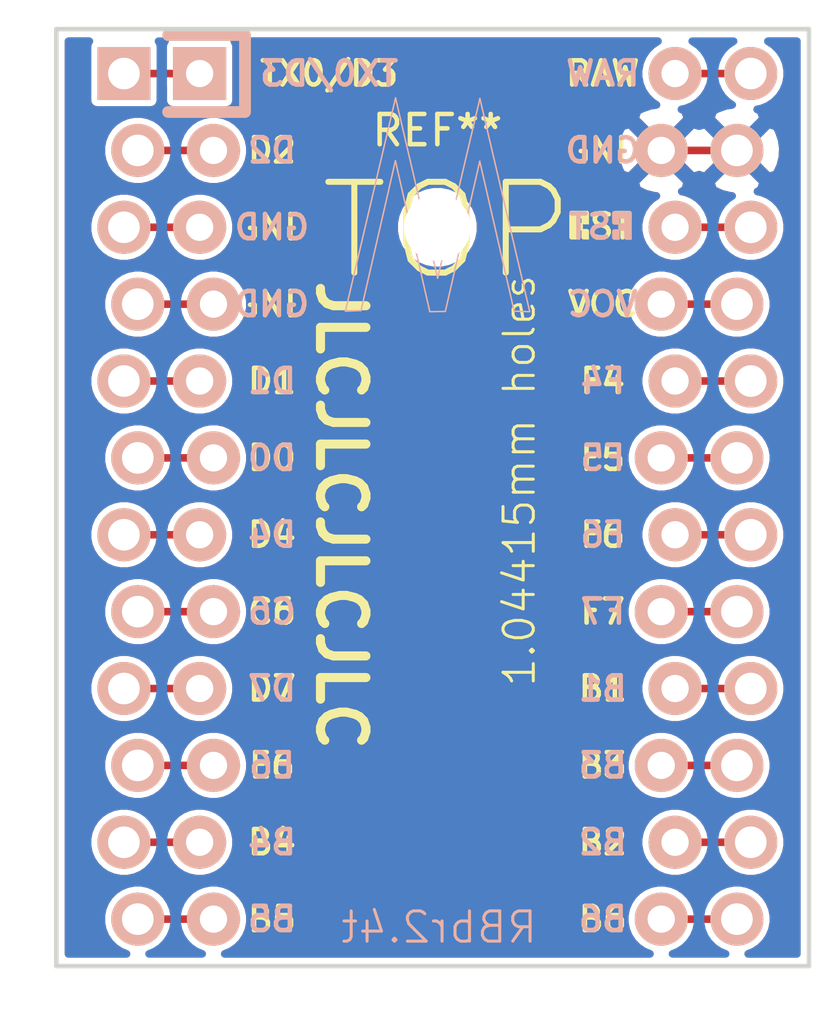
<source format=kicad_pcb>
(kicad_pcb (version 20171130) (host pcbnew 5.1.4+dfsg1-1~bpo10+1)

  (general
    (thickness 1.6)
    (drawings 23)
    (tracks 35)
    (zones 0)
    (modules 3)
    (nets 25)
  )

  (page A4)
  (layers
    (0 F.Cu signal)
    (31 B.Cu signal)
    (32 B.Adhes user)
    (33 F.Adhes user)
    (34 B.Paste user)
    (35 F.Paste user)
    (36 B.SilkS user)
    (37 F.SilkS user)
    (38 B.Mask user)
    (39 F.Mask user)
    (40 Dwgs.User user)
    (41 Cmts.User user)
    (42 Eco1.User user)
    (43 Eco2.User user)
    (44 Edge.Cuts user)
    (45 Margin user)
    (46 B.CrtYd user)
    (47 F.CrtYd user)
    (48 B.Fab user)
    (49 F.Fab user)
  )

  (setup
    (last_trace_width 0.25)
    (trace_clearance 0.2)
    (zone_clearance 0.2)
    (zone_45_only no)
    (trace_min 0.2)
    (via_size 0.8)
    (via_drill 0.4)
    (via_min_size 0.4)
    (via_min_drill 0.3)
    (uvia_size 0.3)
    (uvia_drill 0.1)
    (uvias_allowed no)
    (uvia_min_size 0.2)
    (uvia_min_drill 0.1)
    (edge_width 0.1)
    (segment_width 0.2)
    (pcb_text_width 0.3)
    (pcb_text_size 1.5 1.5)
    (mod_edge_width 0.15)
    (mod_text_size 1 1)
    (mod_text_width 0.15)
    (pad_size 1.7526 1.7526)
    (pad_drill 0.9)
    (pad_to_mask_clearance 0)
    (aux_axis_origin 0 0)
    (visible_elements 7FFFFFFF)
    (pcbplotparams
      (layerselection 0x010f0_ffffffff)
      (usegerberextensions false)
      (usegerberattributes false)
      (usegerberadvancedattributes false)
      (creategerberjobfile false)
      (excludeedgelayer true)
      (linewidth 0.100000)
      (plotframeref false)
      (viasonmask false)
      (mode 1)
      (useauxorigin false)
      (hpglpennumber 1)
      (hpglpenspeed 20)
      (hpglpendiameter 15.000000)
      (psnegative false)
      (psa4output false)
      (plotreference true)
      (plotvalue true)
      (plotinvisibletext false)
      (padsonsilk false)
      (subtractmaskfromsilk false)
      (outputformat 1)
      (mirror false)
      (drillshape 0)
      (scaleselection 1)
      (outputdirectory "../../gerbers/"))
  )

  (net 0 "")
  (net 1 "Net-(U1-Pad24)")
  (net 2 "Net-(U1-Pad12)")
  (net 3 "Net-(U1-Pad22)")
  (net 4 "Net-(U1-Pad21)")
  (net 5 "Net-(U1-Pad20)")
  (net 6 "Net-(U1-Pad19)")
  (net 7 "Net-(U1-Pad18)")
  (net 8 "Net-(U1-Pad17)")
  (net 9 "Net-(U1-Pad16)")
  (net 10 "Net-(U1-Pad15)")
  (net 11 "Net-(U1-Pad14)")
  (net 12 "Net-(U1-Pad13)")
  (net 13 "Net-(U1-Pad11)")
  (net 14 "Net-(U1-Pad10)")
  (net 15 "Net-(U1-Pad9)")
  (net 16 "Net-(U1-Pad8)")
  (net 17 "Net-(U1-Pad7)")
  (net 18 "Net-(U1-Pad6)")
  (net 19 "Net-(U1-Pad5)")
  (net 20 "Net-(U1-Pad4)")
  (net 21 "Net-(U1-Pad3)")
  (net 22 "Net-(U1-Pad2)")
  (net 23 "Net-(U1-Pad1)")
  (net 24 GND)

  (net_class Default "This is the default net class."
    (clearance 0.2)
    (trace_width 0.25)
    (via_dia 0.8)
    (via_drill 0.4)
    (uvia_dia 0.3)
    (uvia_drill 0.1)
    (add_net GND)
    (add_net "Net-(U1-Pad1)")
    (add_net "Net-(U1-Pad10)")
    (add_net "Net-(U1-Pad11)")
    (add_net "Net-(U1-Pad12)")
    (add_net "Net-(U1-Pad13)")
    (add_net "Net-(U1-Pad14)")
    (add_net "Net-(U1-Pad15)")
    (add_net "Net-(U1-Pad16)")
    (add_net "Net-(U1-Pad17)")
    (add_net "Net-(U1-Pad18)")
    (add_net "Net-(U1-Pad19)")
    (add_net "Net-(U1-Pad2)")
    (add_net "Net-(U1-Pad20)")
    (add_net "Net-(U1-Pad21)")
    (add_net "Net-(U1-Pad22)")
    (add_net "Net-(U1-Pad24)")
    (add_net "Net-(U1-Pad3)")
    (add_net "Net-(U1-Pad4)")
    (add_net "Net-(U1-Pad5)")
    (add_net "Net-(U1-Pad6)")
    (add_net "Net-(U1-Pad7)")
    (add_net "Net-(U1-Pad8)")
    (add_net "Net-(U1-Pad9)")
  )

  (module MountingHole:MountingHole_2.2mm_M2 (layer F.Cu) (tedit 56D1B4CB) (tstamp 5EE6C205)
    (at 89.68 59.41)
    (descr "Mounting Hole 2.2mm, no annular, M2")
    (tags "mounting hole 2.2mm no annular m2")
    (attr virtual)
    (fp_text reference REF** (at 0 -3.2) (layer F.SilkS)
      (effects (font (size 1 1) (thickness 0.15)))
    )
    (fp_text value MountingHole_2.2mm_M2 (at 0 3.2) (layer F.Fab)
      (effects (font (size 1 1) (thickness 0.15)))
    )
    (fp_circle (center 0 0) (end 2.45 0) (layer F.CrtYd) (width 0.05))
    (fp_circle (center 0 0) (end 2.2 0) (layer Cmts.User) (width 0.15))
    (fp_text user %R (at 0.3 0) (layer F.Fab)
      (effects (font (size 1 1) (thickness 0.15)))
    )
    (pad 1 np_thru_hole circle (at 0 0) (size 2.2 2.2) (drill 2.2) (layers *.Cu *.Mask))
  )

  (module Keebio-Parts:ArduinoProMicro-Mini-USB-ZigZag (layer F.Cu) (tedit 5ED5C83B) (tstamp 5EADD8E0)
    (at 89.68 68.3 270)
    (path /5E9394F7)
    (fp_text reference U2 (at 0 1.125 90) (layer F.SilkS) hide
      (effects (font (size 1.27 1.524) (thickness 0.2032)))
    )
    (fp_text value ProMicro (at 0 -1 90) (layer F.SilkS) hide
      (effects (font (size 1.27 1.524) (thickness 0.2032)))
    )
    (pad 24 thru_hole circle (at -13.97 -10.3486 270) (size 1.7526 1.7526) (drill 1.04415) (layers *.Cu *.SilkS *.Mask)
      (net 1 "Net-(U1-Pad24)"))
    (pad 12 thru_hole circle (at 13.97 9.8914 270) (size 1.7526 1.7526) (drill 1.04415) (layers *.Cu *.SilkS *.Mask)
      (net 2 "Net-(U1-Pad12)"))
    (pad 23 thru_hole circle (at -11.43 -9.8914 270) (size 1.7526 1.7526) (drill 1.04415) (layers *.Cu *.SilkS *.Mask)
      (net 24 GND))
    (pad 22 thru_hole circle (at -8.89 -10.3486 270) (size 1.7526 1.7526) (drill 1.04415) (layers *.Cu *.SilkS *.Mask)
      (net 3 "Net-(U1-Pad22)"))
    (pad 21 thru_hole circle (at -6.35 -9.8914 270) (size 1.7526 1.7526) (drill 1.04415) (layers *.Cu *.SilkS *.Mask)
      (net 4 "Net-(U1-Pad21)"))
    (pad 20 thru_hole circle (at -3.81 -10.3486 270) (size 1.7526 1.7526) (drill 1.04415) (layers *.Cu *.SilkS *.Mask)
      (net 5 "Net-(U1-Pad20)"))
    (pad 19 thru_hole circle (at -1.27 -9.8914 270) (size 1.7526 1.7526) (drill 1.04415) (layers *.Cu *.SilkS *.Mask)
      (net 6 "Net-(U1-Pad19)"))
    (pad 18 thru_hole circle (at 1.27 -10.3486 270) (size 1.7526 1.7526) (drill 1.04415) (layers *.Cu *.SilkS *.Mask)
      (net 7 "Net-(U1-Pad18)"))
    (pad 17 thru_hole circle (at 3.81 -9.8914 270) (size 1.7526 1.7526) (drill 1.04415) (layers *.Cu *.SilkS *.Mask)
      (net 8 "Net-(U1-Pad17)"))
    (pad 16 thru_hole circle (at 6.35 -10.3486 270) (size 1.7526 1.7526) (drill 1.04415) (layers *.Cu *.SilkS *.Mask)
      (net 9 "Net-(U1-Pad16)"))
    (pad 15 thru_hole circle (at 8.89 -9.8914 270) (size 1.7526 1.7526) (drill 1.04415) (layers *.Cu *.SilkS *.Mask)
      (net 10 "Net-(U1-Pad15)"))
    (pad 14 thru_hole circle (at 11.43 -10.3486 270) (size 1.7526 1.7526) (drill 1.04415) (layers *.Cu *.SilkS *.Mask)
      (net 11 "Net-(U1-Pad14)"))
    (pad 13 thru_hole circle (at 13.97 -9.8914 270) (size 1.7526 1.7526) (drill 1.04415) (layers *.Cu *.SilkS *.Mask)
      (net 12 "Net-(U1-Pad13)"))
    (pad 11 thru_hole circle (at 11.43 10.3486 270) (size 1.7526 1.7526) (drill 1.04415) (layers *.Cu *.SilkS *.Mask)
      (net 13 "Net-(U1-Pad11)"))
    (pad 10 thru_hole circle (at 8.89 9.8914 270) (size 1.7526 1.7526) (drill 1.04415) (layers *.Cu *.SilkS *.Mask)
      (net 14 "Net-(U1-Pad10)"))
    (pad 9 thru_hole circle (at 6.35 10.3486 270) (size 1.7526 1.7526) (drill 1.04415) (layers *.Cu *.SilkS *.Mask)
      (net 15 "Net-(U1-Pad9)"))
    (pad 8 thru_hole circle (at 3.81 9.8914 270) (size 1.7526 1.7526) (drill 1.04415) (layers *.Cu *.SilkS *.Mask)
      (net 16 "Net-(U1-Pad8)"))
    (pad 7 thru_hole circle (at 1.27 10.3486 270) (size 1.7526 1.7526) (drill 1.04415) (layers *.Cu *.SilkS *.Mask)
      (net 17 "Net-(U1-Pad7)"))
    (pad 6 thru_hole circle (at -1.27 9.8914 270) (size 1.7526 1.7526) (drill 1.04415) (layers *.Cu *.SilkS *.Mask)
      (net 18 "Net-(U1-Pad6)"))
    (pad 5 thru_hole circle (at -3.81 10.3486 270) (size 1.7526 1.7526) (drill 1.04415) (layers *.Cu *.SilkS *.Mask)
      (net 19 "Net-(U1-Pad5)"))
    (pad 4 thru_hole circle (at -6.35 9.8914 270) (size 1.7526 1.7526) (drill 1.04415) (layers *.Cu *.SilkS *.Mask)
      (net 20 "Net-(U1-Pad4)"))
    (pad 3 thru_hole circle (at -8.89 10.3486 270) (size 1.7526 1.7526) (drill 1.04415) (layers *.Cu *.SilkS *.Mask)
      (net 21 "Net-(U1-Pad3)"))
    (pad 2 thru_hole circle (at -11.43 9.8914 270) (size 1.7526 1.7526) (drill 1.04415) (layers *.Cu *.SilkS *.Mask)
      (net 22 "Net-(U1-Pad2)"))
    (pad 1 thru_hole rect (at -13.97 10.3486 270) (size 1.7526 1.7526) (drill 1.04415) (layers *.Cu *.SilkS *.Mask)
      (net 23 "Net-(U1-Pad1)"))
  )

  (module Keebio-Parts:ArduinoProMicro-ZigZag (layer F.Cu) (tedit 5EE66D71) (tstamp 5EAE4D75)
    (at 89.68 68.3 270)
    (path /5E939961)
    (fp_text reference U1 (at 0 1.625 270) (layer F.SilkS) hide
      (effects (font (size 1 1) (thickness 0.2)))
    )
    (fp_text value ProMicro (at 0 0 270) (layer F.SilkS) hide
      (effects (font (size 1 1) (thickness 0.2)))
    )
    (fp_line (start -15.24 6.35) (end -15.24 8.89) (layer F.SilkS) (width 0.381))
    (fp_line (start -15.24 6.35) (end -15.24 8.89) (layer B.SilkS) (width 0.381))
    (fp_poly (pts (xy -9.35097 -5.844635) (xy -9.25097 -5.844635) (xy -9.25097 -6.344635) (xy -9.35097 -6.344635)) (layer B.SilkS) (width 0.15))
    (fp_poly (pts (xy -9.35097 -5.844635) (xy -9.05097 -5.844635) (xy -9.05097 -5.944635) (xy -9.35097 -5.944635)) (layer B.SilkS) (width 0.15))
    (fp_poly (pts (xy -8.75097 -5.844635) (xy -8.55097 -5.844635) (xy -8.55097 -5.944635) (xy -8.75097 -5.944635)) (layer B.SilkS) (width 0.15))
    (fp_poly (pts (xy -9.35097 -6.244635) (xy -8.55097 -6.244635) (xy -8.55097 -6.344635) (xy -9.35097 -6.344635)) (layer B.SilkS) (width 0.15))
    (fp_poly (pts (xy -8.95097 -6.044635) (xy -8.85097 -6.044635) (xy -8.85097 -6.144635) (xy -8.95097 -6.144635)) (layer B.SilkS) (width 0.15))
    (fp_text user ST (at -8.91 -5.04) (layer B.SilkS)
      (effects (font (size 0.8 0.8) (thickness 0.15)) (justify mirror))
    )
    (fp_poly (pts (xy -8.76064 -4.931568) (xy -8.56064 -4.931568) (xy -8.56064 -4.831568) (xy -8.76064 -4.831568)) (layer F.SilkS) (width 0.15))
    (fp_poly (pts (xy -9.36064 -4.531568) (xy -8.56064 -4.531568) (xy -8.56064 -4.431568) (xy -9.36064 -4.431568)) (layer F.SilkS) (width 0.15))
    (fp_poly (pts (xy -9.36064 -4.931568) (xy -9.26064 -4.931568) (xy -9.26064 -4.431568) (xy -9.36064 -4.431568)) (layer F.SilkS) (width 0.15))
    (fp_poly (pts (xy -8.96064 -4.731568) (xy -8.86064 -4.731568) (xy -8.86064 -4.631568) (xy -8.96064 -4.631568)) (layer F.SilkS) (width 0.15))
    (fp_poly (pts (xy -9.36064 -4.931568) (xy -9.06064 -4.931568) (xy -9.06064 -4.831568) (xy -9.36064 -4.831568)) (layer F.SilkS) (width 0.15))
    (fp_line (start -12.7 6.35) (end -12.7 8.89) (layer F.SilkS) (width 0.381))
    (fp_line (start -15.24 6.35) (end -12.7 6.35) (layer F.SilkS) (width 0.381))
    (fp_text user TX0/D3 (at -13.97 3.571872) (layer F.SilkS)
      (effects (font (size 0.8 0.8) (thickness 0.15)))
    )
    (fp_text user TX0/D3 (at -13.97 3.571872) (layer B.SilkS)
      (effects (font (size 0.8 0.8) (thickness 0.15)) (justify mirror))
    )
    (fp_text user D2 (at -11.43 5.461) (layer F.SilkS)
      (effects (font (size 0.8 0.8) (thickness 0.15)))
    )
    (fp_text user D0 (at -1.27 5.461) (layer F.SilkS)
      (effects (font (size 0.8 0.8) (thickness 0.15)))
    )
    (fp_text user D1 (at -3.81 5.461) (layer F.SilkS)
      (effects (font (size 0.8 0.8) (thickness 0.15)))
    )
    (fp_text user GND (at -6.35 5.461) (layer F.SilkS)
      (effects (font (size 0.8 0.8) (thickness 0.15)))
    )
    (fp_text user GND (at -8.89 5.461) (layer F.SilkS)
      (effects (font (size 0.8 0.8) (thickness 0.15)))
    )
    (fp_text user D4 (at 1.27 5.461) (layer F.SilkS)
      (effects (font (size 0.8 0.8) (thickness 0.15)))
    )
    (fp_text user C6 (at 3.81 5.461) (layer F.SilkS)
      (effects (font (size 0.8 0.8) (thickness 0.15)))
    )
    (fp_text user D7 (at 6.35 5.461) (layer F.SilkS)
      (effects (font (size 0.8 0.8) (thickness 0.15)))
    )
    (fp_text user E6 (at 8.89 5.461) (layer F.SilkS)
      (effects (font (size 0.8 0.8) (thickness 0.15)))
    )
    (fp_text user B4 (at 11.43 5.461) (layer F.SilkS)
      (effects (font (size 0.8 0.8) (thickness 0.15)))
    )
    (fp_text user B5 (at 13.97 5.461) (layer F.SilkS)
      (effects (font (size 0.8 0.8) (thickness 0.15)))
    )
    (fp_text user B6 (at 13.97 -5.461) (layer F.SilkS)
      (effects (font (size 0.8 0.8) (thickness 0.15)))
    )
    (fp_text user B2 (at 11.43 -5.461) (layer B.SilkS)
      (effects (font (size 0.8 0.8) (thickness 0.15)) (justify mirror))
    )
    (fp_text user B3 (at 8.89 -5.461) (layer F.SilkS)
      (effects (font (size 0.8 0.8) (thickness 0.15)))
    )
    (fp_text user B1 (at 6.35 -5.461) (layer F.SilkS)
      (effects (font (size 0.8 0.8) (thickness 0.15)))
    )
    (fp_text user F7 (at 3.81 -5.461) (layer B.SilkS)
      (effects (font (size 0.8 0.8) (thickness 0.15)) (justify mirror))
    )
    (fp_text user F6 (at 1.27 -5.461) (layer B.SilkS)
      (effects (font (size 0.8 0.8) (thickness 0.15)) (justify mirror))
    )
    (fp_text user F5 (at -1.27 -5.461) (layer B.SilkS)
      (effects (font (size 0.8 0.8) (thickness 0.15)) (justify mirror))
    )
    (fp_text user F4 (at -3.81 -5.461) (layer F.SilkS)
      (effects (font (size 0.8 0.8) (thickness 0.15)))
    )
    (fp_text user VCC (at -6.35 -5.461) (layer F.SilkS)
      (effects (font (size 0.8 0.8) (thickness 0.15)))
    )
    (fp_text user ST (at -8.92 -5.73312) (layer F.SilkS)
      (effects (font (size 0.8 0.8) (thickness 0.15)))
    )
    (fp_text user GND (at -11.43 -5.461) (layer F.SilkS)
      (effects (font (size 0.8 0.8) (thickness 0.15)))
    )
    (fp_text user RAW (at -13.97 -5.461) (layer F.SilkS)
      (effects (font (size 0.8 0.8) (thickness 0.15)))
    )
    (fp_text user RAW (at -13.97 -5.461) (layer B.SilkS)
      (effects (font (size 0.8 0.8) (thickness 0.15)) (justify mirror))
    )
    (fp_text user GND (at -11.43 -5.461) (layer B.SilkS)
      (effects (font (size 0.8 0.8) (thickness 0.15)) (justify mirror))
    )
    (fp_text user VCC (at -6.35 -5.461) (layer B.SilkS)
      (effects (font (size 0.8 0.8) (thickness 0.15)) (justify mirror))
    )
    (fp_text user F4 (at -3.81 -5.461) (layer B.SilkS)
      (effects (font (size 0.8 0.8) (thickness 0.15)) (justify mirror))
    )
    (fp_text user F5 (at -1.27 -5.461) (layer F.SilkS)
      (effects (font (size 0.8 0.8) (thickness 0.15)))
    )
    (fp_text user F6 (at 1.27 -5.461) (layer F.SilkS)
      (effects (font (size 0.8 0.8) (thickness 0.15)))
    )
    (fp_text user F7 (at 3.81 -5.461) (layer F.SilkS)
      (effects (font (size 0.8 0.8) (thickness 0.15)))
    )
    (fp_text user B1 (at 6.35 -5.461) (layer B.SilkS)
      (effects (font (size 0.8 0.8) (thickness 0.15)) (justify mirror))
    )
    (fp_text user B3 (at 8.89 -5.461) (layer B.SilkS)
      (effects (font (size 0.8 0.8) (thickness 0.15)) (justify mirror))
    )
    (fp_text user B2 (at 11.43 -5.461) (layer F.SilkS)
      (effects (font (size 0.8 0.8) (thickness 0.15)))
    )
    (fp_text user B6 (at 13.97 -5.461) (layer B.SilkS)
      (effects (font (size 0.8 0.8) (thickness 0.15)) (justify mirror))
    )
    (fp_text user B5 (at 13.97 5.461) (layer B.SilkS)
      (effects (font (size 0.8 0.8) (thickness 0.15)) (justify mirror))
    )
    (fp_text user B4 (at 11.43 5.461) (layer B.SilkS)
      (effects (font (size 0.8 0.8) (thickness 0.15)) (justify mirror))
    )
    (fp_text user E6 (at 8.89 5.461) (layer B.SilkS)
      (effects (font (size 0.8 0.8) (thickness 0.15)) (justify mirror))
    )
    (fp_text user D7 (at 6.35 5.461) (layer B.SilkS)
      (effects (font (size 0.8 0.8) (thickness 0.15)) (justify mirror))
    )
    (fp_text user C6 (at 3.81 5.461) (layer B.SilkS)
      (effects (font (size 0.8 0.8) (thickness 0.15)) (justify mirror))
    )
    (fp_text user D4 (at 1.27 5.461) (layer B.SilkS)
      (effects (font (size 0.8 0.8) (thickness 0.15)) (justify mirror))
    )
    (fp_text user GND (at -8.89 5.461) (layer B.SilkS)
      (effects (font (size 0.8 0.8) (thickness 0.15)) (justify mirror))
    )
    (fp_text user GND (at -6.35 5.461) (layer B.SilkS)
      (effects (font (size 0.8 0.8) (thickness 0.15)) (justify mirror))
    )
    (fp_text user D1 (at -3.81 5.461) (layer B.SilkS)
      (effects (font (size 0.8 0.8) (thickness 0.15)) (justify mirror))
    )
    (fp_text user D0 (at -1.27 5.461) (layer B.SilkS)
      (effects (font (size 0.8 0.8) (thickness 0.15)) (justify mirror))
    )
    (fp_text user D2 (at -11.43 5.461) (layer B.SilkS)
      (effects (font (size 0.8 0.8) (thickness 0.15)) (justify mirror))
    )
    (fp_line (start -15.24 6.35) (end -12.7 6.35) (layer B.SilkS) (width 0.381))
    (fp_line (start -12.7 6.35) (end -12.7 8.89) (layer B.SilkS) (width 0.381))
    (pad 24 thru_hole circle (at -13.97 -7.8486 270) (size 1.7526 1.7526) (drill 0.9) (layers *.Cu *.SilkS *.Mask)
      (net 1 "Net-(U1-Pad24)"))
    (pad 12 thru_hole circle (at 13.97 7.3914 270) (size 1.7526 1.7526) (drill 0.9) (layers *.Cu *.SilkS *.Mask)
      (net 2 "Net-(U1-Pad12)"))
    (pad 23 thru_hole circle (at -11.43 -7.3914 270) (size 1.7526 1.7526) (drill 0.9) (layers *.Cu *.SilkS *.Mask)
      (net 24 GND))
    (pad 22 thru_hole circle (at -8.89 -7.8486 270) (size 1.7526 1.7526) (drill 0.9) (layers *.Cu *.SilkS *.Mask)
      (net 3 "Net-(U1-Pad22)"))
    (pad 21 thru_hole circle (at -6.35 -7.3914 270) (size 1.7526 1.7526) (drill 0.9) (layers *.Cu *.SilkS *.Mask)
      (net 4 "Net-(U1-Pad21)"))
    (pad 20 thru_hole circle (at -3.81 -7.8486 270) (size 1.7526 1.7526) (drill 0.9) (layers *.Cu *.SilkS *.Mask)
      (net 5 "Net-(U1-Pad20)"))
    (pad 19 thru_hole circle (at -1.27 -7.3914 270) (size 1.7526 1.7526) (drill 0.9) (layers *.Cu *.SilkS *.Mask)
      (net 6 "Net-(U1-Pad19)"))
    (pad 18 thru_hole circle (at 1.27 -7.8486 270) (size 1.7526 1.7526) (drill 0.9) (layers *.Cu *.SilkS *.Mask)
      (net 7 "Net-(U1-Pad18)"))
    (pad 17 thru_hole circle (at 3.81 -7.3914 270) (size 1.7526 1.7526) (drill 0.9) (layers *.Cu *.SilkS *.Mask)
      (net 8 "Net-(U1-Pad17)"))
    (pad 16 thru_hole circle (at 6.35 -7.8486 270) (size 1.7526 1.7526) (drill 0.9) (layers *.Cu *.SilkS *.Mask)
      (net 9 "Net-(U1-Pad16)"))
    (pad 15 thru_hole circle (at 8.89 -7.3914 270) (size 1.7526 1.7526) (drill 0.9) (layers *.Cu *.SilkS *.Mask)
      (net 10 "Net-(U1-Pad15)"))
    (pad 14 thru_hole circle (at 11.43 -7.8486 270) (size 1.7526 1.7526) (drill 0.9) (layers *.Cu *.SilkS *.Mask)
      (net 11 "Net-(U1-Pad14)"))
    (pad 13 thru_hole circle (at 13.97 -7.3914 270) (size 1.7526 1.7526) (drill 0.9) (layers *.Cu *.SilkS *.Mask)
      (net 12 "Net-(U1-Pad13)"))
    (pad 11 thru_hole circle (at 11.43 7.8486 270) (size 1.7526 1.7526) (drill 0.9) (layers *.Cu *.SilkS *.Mask)
      (net 13 "Net-(U1-Pad11)"))
    (pad 10 thru_hole circle (at 8.89 7.3914 270) (size 1.7526 1.7526) (drill 0.9) (layers *.Cu *.SilkS *.Mask)
      (net 14 "Net-(U1-Pad10)"))
    (pad 9 thru_hole circle (at 6.35 7.8486 270) (size 1.7526 1.7526) (drill 0.9) (layers *.Cu *.SilkS *.Mask)
      (net 15 "Net-(U1-Pad9)"))
    (pad 8 thru_hole circle (at 3.81 7.3914 270) (size 1.7526 1.7526) (drill 0.9) (layers *.Cu *.SilkS *.Mask)
      (net 16 "Net-(U1-Pad8)"))
    (pad 7 thru_hole circle (at 1.27 7.8486 270) (size 1.7526 1.7526) (drill 0.9) (layers *.Cu *.SilkS *.Mask)
      (net 17 "Net-(U1-Pad7)"))
    (pad 6 thru_hole circle (at -1.27 7.3914 270) (size 1.7526 1.7526) (drill 0.9) (layers *.Cu *.SilkS *.Mask)
      (net 18 "Net-(U1-Pad6)"))
    (pad 5 thru_hole circle (at -3.81 7.8486 270) (size 1.7526 1.7526) (drill 0.9) (layers *.Cu *.SilkS *.Mask)
      (net 19 "Net-(U1-Pad5)"))
    (pad 4 thru_hole circle (at -6.35 7.3914 270) (size 1.7526 1.7526) (drill 0.9) (layers *.Cu *.SilkS *.Mask)
      (net 20 "Net-(U1-Pad4)"))
    (pad 3 thru_hole circle (at -8.89 7.8486 270) (size 1.7526 1.7526) (drill 0.9) (layers *.Cu *.SilkS *.Mask)
      (net 21 "Net-(U1-Pad3)"))
    (pad 2 thru_hole circle (at -11.43 7.3914 270) (size 1.7526 1.7526) (drill 0.9) (layers *.Cu *.SilkS *.Mask)
      (net 22 "Net-(U1-Pad2)"))
    (pad 1 thru_hole rect (at -13.97 7.8486 270) (size 1.7526 1.7526) (drill 0.9) (layers *.Cu *.SilkS *.Mask)
      (net 23 "Net-(U1-Pad1)"))
    (model /Users/danny/Documents/proj/custom-keyboard/kicad-libs/3d_models/ArduinoProMicro.wrl
      (offset (xyz -13.96999979019165 -7.619999885559082 -5.841999912261963))
      (scale (xyz 0.395 0.395 0.395))
      (rotate (xyz 90 180 180))
    )
  )

  (gr_text "1.04415mm holes" (at 92.39 67.78 90) (layer F.SilkS)
    (effects (font (size 1 1) (thickness 0.1)))
  )
  (gr_text JLCJLCJLCJLC (at 86.5 68.93 270) (layer F.SilkS) (tstamp 5EAF120C)
    (effects (font (size 1.5 1.5) (thickness 0.3)))
  )
  (gr_text TOP (at 90.01 59.53) (layer F.SilkS) (tstamp 5EAE5D93)
    (effects (font (size 3 3) (thickness 0.2)))
  )
  (gr_text RBbr2.4t (at 89.74 82.54) (layer B.SilkS) (tstamp 5EADD511)
    (effects (font (size 1 1) (thickness 0.1)) (justify mirror))
  )
  (gr_line (start 77.1 52.86) (end 101.95 52.86) (layer Edge.Cuts) (width 0.15) (tstamp 5EAE524E))
  (gr_line (start 77.1 83.82) (end 101.95 83.82) (layer Edge.Cuts) (width 0.15) (tstamp 5EAE5242))
  (gr_line (start 77.1 52.86) (end 77.1 83.82) (layer Edge.Cuts) (width 0.15) (tstamp 5EAE5263))
  (gr_line (start 101.95 52.86) (end 101.95 83.82) (layer Edge.Cuts) (width 0.15) (tstamp 5EAE523C))
  (gr_line (start 78.08 52.86) (end 101.2 52.86) (layer Dwgs.User) (width 0.15) (tstamp 5EAE5184))
  (gr_line (start 78.08 52.86) (end 78.09 83.65) (layer Dwgs.User) (width 0.15) (tstamp 5EAE5181))
  (gr_line (start 101.2 52.86) (end 101.21 83.65) (layer Dwgs.User) (width 0.15) (tstamp 5EADD0BF))
  (gr_line (start 78.09 83.65) (end 101.21 83.65) (layer Dwgs.User) (width 0.15) (tstamp 5EADD0AF))
  (gr_line (start 92.215465 62.179613) (end 92.730906 62.199226) (layer B.SilkS) (width 0.05) (tstamp 5EAE539D))
  (gr_line (start 86.644559 62.179613) (end 87.16 62.16) (layer B.SilkS) (width 0.05) (tstamp 5EAE53A0))
  (gr_line (start 89.943527 62.190132) (end 91.080459 57.22777) (layer B.SilkS) (width 0.05) (tstamp 5EAE53A3))
  (gr_line (start 89.430012 62.199226) (end 89.943527 62.190132) (layer B.SilkS) (width 0.05) (tstamp 5EAE53A6))
  (gr_line (start 91.080459 57.22777) (end 92.215465 62.179613) (layer B.SilkS) (width 0.05) (tstamp 5EAE53A9))
  (gr_line (start 91.085248 55.154467) (end 89.690037 61.092551) (layer B.SilkS) (width 0.05) (tstamp 5EAE53AC))
  (gr_line (start 92.730906 62.199226) (end 91.085248 55.154467) (layer B.SilkS) (width 0.05) (tstamp 5EAE53AF))
  (gr_line (start 88.295006 57.208157) (end 89.430012 62.199226) (layer B.SilkS) (width 0.05) (tstamp 5EAE53B2))
  (gr_line (start 88.299796 55.134854) (end 86.644559 62.179613) (layer B.SilkS) (width 0.05) (tstamp 5EAE53B5))
  (gr_line (start 89.690037 61.092551) (end 88.299796 55.134854) (layer B.SilkS) (width 0.05) (tstamp 5EAE53B8))
  (gr_line (start 87.16 62.16) (end 88.295006 57.208157) (layer B.SilkS) (width 0.05) (tstamp 5EAE53BB))

  (segment (start 97.5286 54.33) (end 100.0286 54.33) (width 0.25) (layer F.Cu) (net 1))
  (segment (start 79.7886 82.27) (end 82.2886 82.27) (width 0.25) (layer F.Cu) (net 2))
  (segment (start 98.332125 56.87) (end 97.0714 56.87) (width 0.25) (layer F.Cu) (net 24))
  (segment (start 99.5714 56.87) (end 98.332125 56.87) (width 0.25) (layer F.Cu) (net 24))
  (segment (start 100.0286 59.41) (end 97.5286 59.41) (width 0.25) (layer F.Cu) (net 3))
  (segment (start 99.5714 61.95) (end 97.0714 61.95) (width 0.25) (layer F.Cu) (net 4))
  (segment (start 97.5286 64.49) (end 100.0286 64.49) (width 0.25) (layer F.Cu) (net 5))
  (segment (start 97.0714 67.03) (end 99.5714 67.03) (width 0.25) (layer F.Cu) (net 6))
  (segment (start 97.5286 69.57) (end 100.0286 69.57) (width 0.25) (layer F.Cu) (net 7))
  (segment (start 97.0714 72.11) (end 99.5714 72.11) (width 0.25) (layer F.Cu) (net 8))
  (segment (start 98.767875 74.65) (end 100.0286 74.65) (width 0.25) (layer F.Cu) (net 9))
  (segment (start 97.5286 74.65) (end 98.767875 74.65) (width 0.25) (layer F.Cu) (net 9))
  (segment (start 97.0714 77.19) (end 99.5714 77.19) (width 0.25) (layer F.Cu) (net 10))
  (segment (start 98.767875 79.73) (end 100.0286 79.73) (width 0.25) (layer F.Cu) (net 11))
  (segment (start 97.5286 79.73) (end 98.767875 79.73) (width 0.25) (layer F.Cu) (net 11))
  (segment (start 98.310675 82.27) (end 99.5714 82.27) (width 0.25) (layer F.Cu) (net 12))
  (segment (start 97.0714 82.27) (end 98.310675 82.27) (width 0.25) (layer F.Cu) (net 12))
  (segment (start 80.570675 79.73) (end 81.8314 79.73) (width 0.25) (layer F.Cu) (net 13))
  (segment (start 79.3314 79.73) (end 80.570675 79.73) (width 0.25) (layer F.Cu) (net 13))
  (segment (start 79.7886 77.19) (end 82.2886 77.19) (width 0.25) (layer F.Cu) (net 14))
  (segment (start 79.3314 74.65) (end 81.8314 74.65) (width 0.25) (layer F.Cu) (net 15))
  (segment (start 81.027875 72.11) (end 82.2886 72.11) (width 0.25) (layer F.Cu) (net 16))
  (segment (start 79.7886 72.11) (end 81.027875 72.11) (width 0.25) (layer F.Cu) (net 16))
  (segment (start 79.3314 69.57) (end 81.8314 69.57) (width 0.25) (layer F.Cu) (net 17))
  (segment (start 81.027875 67.03) (end 82.2886 67.03) (width 0.25) (layer F.Cu) (net 18))
  (segment (start 79.7886 67.03) (end 81.027875 67.03) (width 0.25) (layer F.Cu) (net 18))
  (segment (start 80.570675 64.49) (end 81.8314 64.49) (width 0.25) (layer F.Cu) (net 19))
  (segment (start 79.3314 64.49) (end 80.570675 64.49) (width 0.25) (layer F.Cu) (net 19))
  (segment (start 79.7886 61.95) (end 82.2886 61.95) (width 0.25) (layer F.Cu) (net 20))
  (segment (start 80.570675 59.41) (end 81.8314 59.41) (width 0.25) (layer F.Cu) (net 21))
  (segment (start 79.3314 59.41) (end 80.570675 59.41) (width 0.25) (layer F.Cu) (net 21))
  (segment (start 81.027875 56.87) (end 82.2886 56.87) (width 0.25) (layer F.Cu) (net 22))
  (segment (start 79.7886 56.87) (end 81.027875 56.87) (width 0.25) (layer F.Cu) (net 22))
  (segment (start 80.4577 54.33) (end 81.8314 54.33) (width 0.25) (layer F.Cu) (net 23))
  (segment (start 79.3314 54.33) (end 80.4577 54.33) (width 0.25) (layer F.Cu) (net 23))

  (zone (net 24) (net_name GND) (layer F.Cu) (tstamp 0) (hatch edge 0.508)
    (connect_pads (clearance 0.2))
    (min_thickness 0.254)
    (fill yes (arc_segments 32) (thermal_gap 0.508) (thermal_bridge_width 0.508))
    (polygon
      (pts
        (xy 76.24 52.11) (xy 102.56 52.17) (xy 102.9 85.71) (xy 75.24 84.86)
      )
    )
    (filled_polygon
      (pts
        (xy 78.181894 53.27115) (xy 78.15153 53.327957) (xy 78.132832 53.389597) (xy 78.126518 53.4537) (xy 78.126518 55.2063)
        (xy 78.132832 55.270403) (xy 78.15153 55.332043) (xy 78.181894 55.38885) (xy 78.222757 55.438643) (xy 78.27255 55.479506)
        (xy 78.329357 55.50987) (xy 78.390997 55.528568) (xy 78.4551 55.534882) (xy 80.2077 55.534882) (xy 80.271803 55.528568)
        (xy 80.333443 55.50987) (xy 80.39025 55.479506) (xy 80.440043 55.438643) (xy 80.480906 55.38885) (xy 80.51127 55.332043)
        (xy 80.529968 55.270403) (xy 80.536282 55.2063) (xy 80.536282 54.782) (xy 80.626518 54.782) (xy 80.626518 55.2063)
        (xy 80.632832 55.270403) (xy 80.65153 55.332043) (xy 80.681894 55.38885) (xy 80.722757 55.438643) (xy 80.77255 55.479506)
        (xy 80.829357 55.50987) (xy 80.890997 55.528568) (xy 80.9551 55.534882) (xy 82.7077 55.534882) (xy 82.771803 55.528568)
        (xy 82.833443 55.50987) (xy 82.89025 55.479506) (xy 82.940043 55.438643) (xy 82.980906 55.38885) (xy 83.01127 55.332043)
        (xy 83.029968 55.270403) (xy 83.036282 55.2063) (xy 83.036282 53.4537) (xy 83.029968 53.389597) (xy 83.01127 53.327957)
        (xy 82.980906 53.27115) (xy 82.973397 53.262) (xy 96.962607 53.262) (xy 96.958624 53.26365) (xy 96.761541 53.395336)
        (xy 96.593936 53.562941) (xy 96.46225 53.760024) (xy 96.371542 53.97901) (xy 96.3253 54.211485) (xy 96.3253 54.448515)
        (xy 96.371542 54.68099) (xy 96.46225 54.899976) (xy 96.593936 55.097059) (xy 96.761541 55.264664) (xy 96.913095 55.365928)
        (xy 96.709233 55.395204) (xy 96.428473 55.494198) (xy 96.284654 55.571071) (xy 96.203837 55.822831) (xy 97.0714 56.690395)
        (xy 97.938963 55.822831) (xy 97.858146 55.571071) (xy 97.740447 55.514735) (xy 97.87959 55.487058) (xy 98.098576 55.39635)
        (xy 98.295659 55.264664) (xy 98.463264 55.097059) (xy 98.59495 54.899976) (xy 98.643818 54.782) (xy 98.913382 54.782)
        (xy 98.96225 54.899976) (xy 99.093936 55.097059) (xy 99.261541 55.264664) (xy 99.413095 55.365928) (xy 99.209233 55.395204)
        (xy 98.928473 55.494198) (xy 98.784654 55.571071) (xy 98.703837 55.822831) (xy 99.5714 56.690395) (xy 100.438963 55.822831)
        (xy 100.358146 55.571071) (xy 100.240447 55.514735) (xy 100.37959 55.487058) (xy 100.598576 55.39635) (xy 100.795659 55.264664)
        (xy 100.963264 55.097059) (xy 101.09495 54.899976) (xy 101.185658 54.68099) (xy 101.2319 54.448515) (xy 101.2319 54.211485)
        (xy 101.185658 53.97901) (xy 101.09495 53.760024) (xy 100.963264 53.562941) (xy 100.795659 53.395336) (xy 100.598576 53.26365)
        (xy 100.594593 53.262) (xy 101.548 53.262) (xy 101.548001 83.418) (xy 99.944258 83.418) (xy 100.141376 83.33635)
        (xy 100.338459 83.204664) (xy 100.506064 83.037059) (xy 100.63775 82.839976) (xy 100.728458 82.62099) (xy 100.7747 82.388515)
        (xy 100.7747 82.151485) (xy 100.728458 81.91901) (xy 100.63775 81.700024) (xy 100.506064 81.502941) (xy 100.338459 81.335336)
        (xy 100.141376 81.20365) (xy 99.92239 81.112942) (xy 99.689915 81.0667) (xy 99.452885 81.0667) (xy 99.22041 81.112942)
        (xy 99.001424 81.20365) (xy 98.804341 81.335336) (xy 98.636736 81.502941) (xy 98.50505 81.700024) (xy 98.456182 81.818)
        (xy 98.186618 81.818) (xy 98.13775 81.700024) (xy 98.006064 81.502941) (xy 97.838459 81.335336) (xy 97.641376 81.20365)
        (xy 97.42239 81.112942) (xy 97.189915 81.0667) (xy 96.952885 81.0667) (xy 96.72041 81.112942) (xy 96.501424 81.20365)
        (xy 96.304341 81.335336) (xy 96.136736 81.502941) (xy 96.00505 81.700024) (xy 95.914342 81.91901) (xy 95.8681 82.151485)
        (xy 95.8681 82.388515) (xy 95.914342 82.62099) (xy 96.00505 82.839976) (xy 96.136736 83.037059) (xy 96.304341 83.204664)
        (xy 96.501424 83.33635) (xy 96.698542 83.418) (xy 82.661458 83.418) (xy 82.858576 83.33635) (xy 83.055659 83.204664)
        (xy 83.223264 83.037059) (xy 83.35495 82.839976) (xy 83.445658 82.62099) (xy 83.4919 82.388515) (xy 83.4919 82.151485)
        (xy 83.445658 81.91901) (xy 83.35495 81.700024) (xy 83.223264 81.502941) (xy 83.055659 81.335336) (xy 82.858576 81.20365)
        (xy 82.63959 81.112942) (xy 82.407115 81.0667) (xy 82.170085 81.0667) (xy 81.93761 81.112942) (xy 81.718624 81.20365)
        (xy 81.521541 81.335336) (xy 81.353936 81.502941) (xy 81.22225 81.700024) (xy 81.173382 81.818) (xy 80.903818 81.818)
        (xy 80.85495 81.700024) (xy 80.723264 81.502941) (xy 80.555659 81.335336) (xy 80.358576 81.20365) (xy 80.13959 81.112942)
        (xy 79.907115 81.0667) (xy 79.670085 81.0667) (xy 79.43761 81.112942) (xy 79.218624 81.20365) (xy 79.021541 81.335336)
        (xy 78.853936 81.502941) (xy 78.72225 81.700024) (xy 78.631542 81.91901) (xy 78.5853 82.151485) (xy 78.5853 82.388515)
        (xy 78.631542 82.62099) (xy 78.72225 82.839976) (xy 78.853936 83.037059) (xy 79.021541 83.204664) (xy 79.218624 83.33635)
        (xy 79.415742 83.418) (xy 77.502 83.418) (xy 77.502 79.611485) (xy 78.1281 79.611485) (xy 78.1281 79.848515)
        (xy 78.174342 80.08099) (xy 78.26505 80.299976) (xy 78.396736 80.497059) (xy 78.564341 80.664664) (xy 78.761424 80.79635)
        (xy 78.98041 80.887058) (xy 79.212885 80.9333) (xy 79.449915 80.9333) (xy 79.68239 80.887058) (xy 79.901376 80.79635)
        (xy 80.098459 80.664664) (xy 80.266064 80.497059) (xy 80.39775 80.299976) (xy 80.446618 80.182) (xy 80.716182 80.182)
        (xy 80.76505 80.299976) (xy 80.896736 80.497059) (xy 81.064341 80.664664) (xy 81.261424 80.79635) (xy 81.48041 80.887058)
        (xy 81.712885 80.9333) (xy 81.949915 80.9333) (xy 82.18239 80.887058) (xy 82.401376 80.79635) (xy 82.598459 80.664664)
        (xy 82.766064 80.497059) (xy 82.89775 80.299976) (xy 82.988458 80.08099) (xy 83.0347 79.848515) (xy 83.0347 79.611485)
        (xy 96.3253 79.611485) (xy 96.3253 79.848515) (xy 96.371542 80.08099) (xy 96.46225 80.299976) (xy 96.593936 80.497059)
        (xy 96.761541 80.664664) (xy 96.958624 80.79635) (xy 97.17761 80.887058) (xy 97.410085 80.9333) (xy 97.647115 80.9333)
        (xy 97.87959 80.887058) (xy 98.098576 80.79635) (xy 98.295659 80.664664) (xy 98.463264 80.497059) (xy 98.59495 80.299976)
        (xy 98.643818 80.182) (xy 98.913382 80.182) (xy 98.96225 80.299976) (xy 99.093936 80.497059) (xy 99.261541 80.664664)
        (xy 99.458624 80.79635) (xy 99.67761 80.887058) (xy 99.910085 80.9333) (xy 100.147115 80.9333) (xy 100.37959 80.887058)
        (xy 100.598576 80.79635) (xy 100.795659 80.664664) (xy 100.963264 80.497059) (xy 101.09495 80.299976) (xy 101.185658 80.08099)
        (xy 101.2319 79.848515) (xy 101.2319 79.611485) (xy 101.185658 79.37901) (xy 101.09495 79.160024) (xy 100.963264 78.962941)
        (xy 100.795659 78.795336) (xy 100.598576 78.66365) (xy 100.37959 78.572942) (xy 100.147115 78.5267) (xy 99.910085 78.5267)
        (xy 99.67761 78.572942) (xy 99.458624 78.66365) (xy 99.261541 78.795336) (xy 99.093936 78.962941) (xy 98.96225 79.160024)
        (xy 98.913382 79.278) (xy 98.643818 79.278) (xy 98.59495 79.160024) (xy 98.463264 78.962941) (xy 98.295659 78.795336)
        (xy 98.098576 78.66365) (xy 97.87959 78.572942) (xy 97.647115 78.5267) (xy 97.410085 78.5267) (xy 97.17761 78.572942)
        (xy 96.958624 78.66365) (xy 96.761541 78.795336) (xy 96.593936 78.962941) (xy 96.46225 79.160024) (xy 96.371542 79.37901)
        (xy 96.3253 79.611485) (xy 83.0347 79.611485) (xy 82.988458 79.37901) (xy 82.89775 79.160024) (xy 82.766064 78.962941)
        (xy 82.598459 78.795336) (xy 82.401376 78.66365) (xy 82.18239 78.572942) (xy 81.949915 78.5267) (xy 81.712885 78.5267)
        (xy 81.48041 78.572942) (xy 81.261424 78.66365) (xy 81.064341 78.795336) (xy 80.896736 78.962941) (xy 80.76505 79.160024)
        (xy 80.716182 79.278) (xy 80.446618 79.278) (xy 80.39775 79.160024) (xy 80.266064 78.962941) (xy 80.098459 78.795336)
        (xy 79.901376 78.66365) (xy 79.68239 78.572942) (xy 79.449915 78.5267) (xy 79.212885 78.5267) (xy 78.98041 78.572942)
        (xy 78.761424 78.66365) (xy 78.564341 78.795336) (xy 78.396736 78.962941) (xy 78.26505 79.160024) (xy 78.174342 79.37901)
        (xy 78.1281 79.611485) (xy 77.502 79.611485) (xy 77.502 77.071485) (xy 78.5853 77.071485) (xy 78.5853 77.308515)
        (xy 78.631542 77.54099) (xy 78.72225 77.759976) (xy 78.853936 77.957059) (xy 79.021541 78.124664) (xy 79.218624 78.25635)
        (xy 79.43761 78.347058) (xy 79.670085 78.3933) (xy 79.907115 78.3933) (xy 80.13959 78.347058) (xy 80.358576 78.25635)
        (xy 80.555659 78.124664) (xy 80.723264 77.957059) (xy 80.85495 77.759976) (xy 80.903818 77.642) (xy 81.173382 77.642)
        (xy 81.22225 77.759976) (xy 81.353936 77.957059) (xy 81.521541 78.124664) (xy 81.718624 78.25635) (xy 81.93761 78.347058)
        (xy 82.170085 78.3933) (xy 82.407115 78.3933) (xy 82.63959 78.347058) (xy 82.858576 78.25635) (xy 83.055659 78.124664)
        (xy 83.223264 77.957059) (xy 83.35495 77.759976) (xy 83.445658 77.54099) (xy 83.4919 77.308515) (xy 83.4919 77.071485)
        (xy 95.8681 77.071485) (xy 95.8681 77.308515) (xy 95.914342 77.54099) (xy 96.00505 77.759976) (xy 96.136736 77.957059)
        (xy 96.304341 78.124664) (xy 96.501424 78.25635) (xy 96.72041 78.347058) (xy 96.952885 78.3933) (xy 97.189915 78.3933)
        (xy 97.42239 78.347058) (xy 97.641376 78.25635) (xy 97.838459 78.124664) (xy 98.006064 77.957059) (xy 98.13775 77.759976)
        (xy 98.186618 77.642) (xy 98.456182 77.642) (xy 98.50505 77.759976) (xy 98.636736 77.957059) (xy 98.804341 78.124664)
        (xy 99.001424 78.25635) (xy 99.22041 78.347058) (xy 99.452885 78.3933) (xy 99.689915 78.3933) (xy 99.92239 78.347058)
        (xy 100.141376 78.25635) (xy 100.338459 78.124664) (xy 100.506064 77.957059) (xy 100.63775 77.759976) (xy 100.728458 77.54099)
        (xy 100.7747 77.308515) (xy 100.7747 77.071485) (xy 100.728458 76.83901) (xy 100.63775 76.620024) (xy 100.506064 76.422941)
        (xy 100.338459 76.255336) (xy 100.141376 76.12365) (xy 99.92239 76.032942) (xy 99.689915 75.9867) (xy 99.452885 75.9867)
        (xy 99.22041 76.032942) (xy 99.001424 76.12365) (xy 98.804341 76.255336) (xy 98.636736 76.422941) (xy 98.50505 76.620024)
        (xy 98.456182 76.738) (xy 98.186618 76.738) (xy 98.13775 76.620024) (xy 98.006064 76.422941) (xy 97.838459 76.255336)
        (xy 97.641376 76.12365) (xy 97.42239 76.032942) (xy 97.189915 75.9867) (xy 96.952885 75.9867) (xy 96.72041 76.032942)
        (xy 96.501424 76.12365) (xy 96.304341 76.255336) (xy 96.136736 76.422941) (xy 96.00505 76.620024) (xy 95.914342 76.83901)
        (xy 95.8681 77.071485) (xy 83.4919 77.071485) (xy 83.445658 76.83901) (xy 83.35495 76.620024) (xy 83.223264 76.422941)
        (xy 83.055659 76.255336) (xy 82.858576 76.12365) (xy 82.63959 76.032942) (xy 82.407115 75.9867) (xy 82.170085 75.9867)
        (xy 81.93761 76.032942) (xy 81.718624 76.12365) (xy 81.521541 76.255336) (xy 81.353936 76.422941) (xy 81.22225 76.620024)
        (xy 81.173382 76.738) (xy 80.903818 76.738) (xy 80.85495 76.620024) (xy 80.723264 76.422941) (xy 80.555659 76.255336)
        (xy 80.358576 76.12365) (xy 80.13959 76.032942) (xy 79.907115 75.9867) (xy 79.670085 75.9867) (xy 79.43761 76.032942)
        (xy 79.218624 76.12365) (xy 79.021541 76.255336) (xy 78.853936 76.422941) (xy 78.72225 76.620024) (xy 78.631542 76.83901)
        (xy 78.5853 77.071485) (xy 77.502 77.071485) (xy 77.502 74.531485) (xy 78.1281 74.531485) (xy 78.1281 74.768515)
        (xy 78.174342 75.00099) (xy 78.26505 75.219976) (xy 78.396736 75.417059) (xy 78.564341 75.584664) (xy 78.761424 75.71635)
        (xy 78.98041 75.807058) (xy 79.212885 75.8533) (xy 79.449915 75.8533) (xy 79.68239 75.807058) (xy 79.901376 75.71635)
        (xy 80.098459 75.584664) (xy 80.266064 75.417059) (xy 80.39775 75.219976) (xy 80.446618 75.102) (xy 80.716182 75.102)
        (xy 80.76505 75.219976) (xy 80.896736 75.417059) (xy 81.064341 75.584664) (xy 81.261424 75.71635) (xy 81.48041 75.807058)
        (xy 81.712885 75.8533) (xy 81.949915 75.8533) (xy 82.18239 75.807058) (xy 82.401376 75.71635) (xy 82.598459 75.584664)
        (xy 82.766064 75.417059) (xy 82.89775 75.219976) (xy 82.988458 75.00099) (xy 83.0347 74.768515) (xy 83.0347 74.531485)
        (xy 96.3253 74.531485) (xy 96.3253 74.768515) (xy 96.371542 75.00099) (xy 96.46225 75.219976) (xy 96.593936 75.417059)
        (xy 96.761541 75.584664) (xy 96.958624 75.71635) (xy 97.17761 75.807058) (xy 97.410085 75.8533) (xy 97.647115 75.8533)
        (xy 97.87959 75.807058) (xy 98.098576 75.71635) (xy 98.295659 75.584664) (xy 98.463264 75.417059) (xy 98.59495 75.219976)
        (xy 98.643818 75.102) (xy 98.913382 75.102) (xy 98.96225 75.219976) (xy 99.093936 75.417059) (xy 99.261541 75.584664)
        (xy 99.458624 75.71635) (xy 99.67761 75.807058) (xy 99.910085 75.8533) (xy 100.147115 75.8533) (xy 100.37959 75.807058)
        (xy 100.598576 75.71635) (xy 100.795659 75.584664) (xy 100.963264 75.417059) (xy 101.09495 75.219976) (xy 101.185658 75.00099)
        (xy 101.2319 74.768515) (xy 101.2319 74.531485) (xy 101.185658 74.29901) (xy 101.09495 74.080024) (xy 100.963264 73.882941)
        (xy 100.795659 73.715336) (xy 100.598576 73.58365) (xy 100.37959 73.492942) (xy 100.147115 73.4467) (xy 99.910085 73.4467)
        (xy 99.67761 73.492942) (xy 99.458624 73.58365) (xy 99.261541 73.715336) (xy 99.093936 73.882941) (xy 98.96225 74.080024)
        (xy 98.913382 74.198) (xy 98.643818 74.198) (xy 98.59495 74.080024) (xy 98.463264 73.882941) (xy 98.295659 73.715336)
        (xy 98.098576 73.58365) (xy 97.87959 73.492942) (xy 97.647115 73.4467) (xy 97.410085 73.4467) (xy 97.17761 73.492942)
        (xy 96.958624 73.58365) (xy 96.761541 73.715336) (xy 96.593936 73.882941) (xy 96.46225 74.080024) (xy 96.371542 74.29901)
        (xy 96.3253 74.531485) (xy 83.0347 74.531485) (xy 82.988458 74.29901) (xy 82.89775 74.080024) (xy 82.766064 73.882941)
        (xy 82.598459 73.715336) (xy 82.401376 73.58365) (xy 82.18239 73.492942) (xy 81.949915 73.4467) (xy 81.712885 73.4467)
        (xy 81.48041 73.492942) (xy 81.261424 73.58365) (xy 81.064341 73.715336) (xy 80.896736 73.882941) (xy 80.76505 74.080024)
        (xy 80.716182 74.198) (xy 80.446618 74.198) (xy 80.39775 74.080024) (xy 80.266064 73.882941) (xy 80.098459 73.715336)
        (xy 79.901376 73.58365) (xy 79.68239 73.492942) (xy 79.449915 73.4467) (xy 79.212885 73.4467) (xy 78.98041 73.492942)
        (xy 78.761424 73.58365) (xy 78.564341 73.715336) (xy 78.396736 73.882941) (xy 78.26505 74.080024) (xy 78.174342 74.29901)
        (xy 78.1281 74.531485) (xy 77.502 74.531485) (xy 77.502 71.991485) (xy 78.5853 71.991485) (xy 78.5853 72.228515)
        (xy 78.631542 72.46099) (xy 78.72225 72.679976) (xy 78.853936 72.877059) (xy 79.021541 73.044664) (xy 79.218624 73.17635)
        (xy 79.43761 73.267058) (xy 79.670085 73.3133) (xy 79.907115 73.3133) (xy 80.13959 73.267058) (xy 80.358576 73.17635)
        (xy 80.555659 73.044664) (xy 80.723264 72.877059) (xy 80.85495 72.679976) (xy 80.903818 72.562) (xy 81.173382 72.562)
        (xy 81.22225 72.679976) (xy 81.353936 72.877059) (xy 81.521541 73.044664) (xy 81.718624 73.17635) (xy 81.93761 73.267058)
        (xy 82.170085 73.3133) (xy 82.407115 73.3133) (xy 82.63959 73.267058) (xy 82.858576 73.17635) (xy 83.055659 73.044664)
        (xy 83.223264 72.877059) (xy 83.35495 72.679976) (xy 83.445658 72.46099) (xy 83.4919 72.228515) (xy 83.4919 71.991485)
        (xy 95.8681 71.991485) (xy 95.8681 72.228515) (xy 95.914342 72.46099) (xy 96.00505 72.679976) (xy 96.136736 72.877059)
        (xy 96.304341 73.044664) (xy 96.501424 73.17635) (xy 96.72041 73.267058) (xy 96.952885 73.3133) (xy 97.189915 73.3133)
        (xy 97.42239 73.267058) (xy 97.641376 73.17635) (xy 97.838459 73.044664) (xy 98.006064 72.877059) (xy 98.13775 72.679976)
        (xy 98.186618 72.562) (xy 98.456182 72.562) (xy 98.50505 72.679976) (xy 98.636736 72.877059) (xy 98.804341 73.044664)
        (xy 99.001424 73.17635) (xy 99.22041 73.267058) (xy 99.452885 73.3133) (xy 99.689915 73.3133) (xy 99.92239 73.267058)
        (xy 100.141376 73.17635) (xy 100.338459 73.044664) (xy 100.506064 72.877059) (xy 100.63775 72.679976) (xy 100.728458 72.46099)
        (xy 100.7747 72.228515) (xy 100.7747 71.991485) (xy 100.728458 71.75901) (xy 100.63775 71.540024) (xy 100.506064 71.342941)
        (xy 100.338459 71.175336) (xy 100.141376 71.04365) (xy 99.92239 70.952942) (xy 99.689915 70.9067) (xy 99.452885 70.9067)
        (xy 99.22041 70.952942) (xy 99.001424 71.04365) (xy 98.804341 71.175336) (xy 98.636736 71.342941) (xy 98.50505 71.540024)
        (xy 98.456182 71.658) (xy 98.186618 71.658) (xy 98.13775 71.540024) (xy 98.006064 71.342941) (xy 97.838459 71.175336)
        (xy 97.641376 71.04365) (xy 97.42239 70.952942) (xy 97.189915 70.9067) (xy 96.952885 70.9067) (xy 96.72041 70.952942)
        (xy 96.501424 71.04365) (xy 96.304341 71.175336) (xy 96.136736 71.342941) (xy 96.00505 71.540024) (xy 95.914342 71.75901)
        (xy 95.8681 71.991485) (xy 83.4919 71.991485) (xy 83.445658 71.75901) (xy 83.35495 71.540024) (xy 83.223264 71.342941)
        (xy 83.055659 71.175336) (xy 82.858576 71.04365) (xy 82.63959 70.952942) (xy 82.407115 70.9067) (xy 82.170085 70.9067)
        (xy 81.93761 70.952942) (xy 81.718624 71.04365) (xy 81.521541 71.175336) (xy 81.353936 71.342941) (xy 81.22225 71.540024)
        (xy 81.173382 71.658) (xy 80.903818 71.658) (xy 80.85495 71.540024) (xy 80.723264 71.342941) (xy 80.555659 71.175336)
        (xy 80.358576 71.04365) (xy 80.13959 70.952942) (xy 79.907115 70.9067) (xy 79.670085 70.9067) (xy 79.43761 70.952942)
        (xy 79.218624 71.04365) (xy 79.021541 71.175336) (xy 78.853936 71.342941) (xy 78.72225 71.540024) (xy 78.631542 71.75901)
        (xy 78.5853 71.991485) (xy 77.502 71.991485) (xy 77.502 69.451485) (xy 78.1281 69.451485) (xy 78.1281 69.688515)
        (xy 78.174342 69.92099) (xy 78.26505 70.139976) (xy 78.396736 70.337059) (xy 78.564341 70.504664) (xy 78.761424 70.63635)
        (xy 78.98041 70.727058) (xy 79.212885 70.7733) (xy 79.449915 70.7733) (xy 79.68239 70.727058) (xy 79.901376 70.63635)
        (xy 80.098459 70.504664) (xy 80.266064 70.337059) (xy 80.39775 70.139976) (xy 80.446618 70.022) (xy 80.716182 70.022)
        (xy 80.76505 70.139976) (xy 80.896736 70.337059) (xy 81.064341 70.504664) (xy 81.261424 70.63635) (xy 81.48041 70.727058)
        (xy 81.712885 70.7733) (xy 81.949915 70.7733) (xy 82.18239 70.727058) (xy 82.401376 70.63635) (xy 82.598459 70.504664)
        (xy 82.766064 70.337059) (xy 82.89775 70.139976) (xy 82.988458 69.92099) (xy 83.0347 69.688515) (xy 83.0347 69.451485)
        (xy 96.3253 69.451485) (xy 96.3253 69.688515) (xy 96.371542 69.92099) (xy 96.46225 70.139976) (xy 96.593936 70.337059)
        (xy 96.761541 70.504664) (xy 96.958624 70.63635) (xy 97.17761 70.727058) (xy 97.410085 70.7733) (xy 97.647115 70.7733)
        (xy 97.87959 70.727058) (xy 98.098576 70.63635) (xy 98.295659 70.504664) (xy 98.463264 70.337059) (xy 98.59495 70.139976)
        (xy 98.643818 70.022) (xy 98.913382 70.022) (xy 98.96225 70.139976) (xy 99.093936 70.337059) (xy 99.261541 70.504664)
        (xy 99.458624 70.63635) (xy 99.67761 70.727058) (xy 99.910085 70.7733) (xy 100.147115 70.7733) (xy 100.37959 70.727058)
        (xy 100.598576 70.63635) (xy 100.795659 70.504664) (xy 100.963264 70.337059) (xy 101.09495 70.139976) (xy 101.185658 69.92099)
        (xy 101.2319 69.688515) (xy 101.2319 69.451485) (xy 101.185658 69.21901) (xy 101.09495 69.000024) (xy 100.963264 68.802941)
        (xy 100.795659 68.635336) (xy 100.598576 68.50365) (xy 100.37959 68.412942) (xy 100.147115 68.3667) (xy 99.910085 68.3667)
        (xy 99.67761 68.412942) (xy 99.458624 68.50365) (xy 99.261541 68.635336) (xy 99.093936 68.802941) (xy 98.96225 69.000024)
        (xy 98.913382 69.118) (xy 98.643818 69.118) (xy 98.59495 69.000024) (xy 98.463264 68.802941) (xy 98.295659 68.635336)
        (xy 98.098576 68.50365) (xy 97.87959 68.412942) (xy 97.647115 68.3667) (xy 97.410085 68.3667) (xy 97.17761 68.412942)
        (xy 96.958624 68.50365) (xy 96.761541 68.635336) (xy 96.593936 68.802941) (xy 96.46225 69.000024) (xy 96.371542 69.21901)
        (xy 96.3253 69.451485) (xy 83.0347 69.451485) (xy 82.988458 69.21901) (xy 82.89775 69.000024) (xy 82.766064 68.802941)
        (xy 82.598459 68.635336) (xy 82.401376 68.50365) (xy 82.18239 68.412942) (xy 81.949915 68.3667) (xy 81.712885 68.3667)
        (xy 81.48041 68.412942) (xy 81.261424 68.50365) (xy 81.064341 68.635336) (xy 80.896736 68.802941) (xy 80.76505 69.000024)
        (xy 80.716182 69.118) (xy 80.446618 69.118) (xy 80.39775 69.000024) (xy 80.266064 68.802941) (xy 80.098459 68.635336)
        (xy 79.901376 68.50365) (xy 79.68239 68.412942) (xy 79.449915 68.3667) (xy 79.212885 68.3667) (xy 78.98041 68.412942)
        (xy 78.761424 68.50365) (xy 78.564341 68.635336) (xy 78.396736 68.802941) (xy 78.26505 69.000024) (xy 78.174342 69.21901)
        (xy 78.1281 69.451485) (xy 77.502 69.451485) (xy 77.502 66.911485) (xy 78.5853 66.911485) (xy 78.5853 67.148515)
        (xy 78.631542 67.38099) (xy 78.72225 67.599976) (xy 78.853936 67.797059) (xy 79.021541 67.964664) (xy 79.218624 68.09635)
        (xy 79.43761 68.187058) (xy 79.670085 68.2333) (xy 79.907115 68.2333) (xy 80.13959 68.187058) (xy 80.358576 68.09635)
        (xy 80.555659 67.964664) (xy 80.723264 67.797059) (xy 80.85495 67.599976) (xy 80.903818 67.482) (xy 81.173382 67.482)
        (xy 81.22225 67.599976) (xy 81.353936 67.797059) (xy 81.521541 67.964664) (xy 81.718624 68.09635) (xy 81.93761 68.187058)
        (xy 82.170085 68.2333) (xy 82.407115 68.2333) (xy 82.63959 68.187058) (xy 82.858576 68.09635) (xy 83.055659 67.964664)
        (xy 83.223264 67.797059) (xy 83.35495 67.599976) (xy 83.445658 67.38099) (xy 83.4919 67.148515) (xy 83.4919 66.911485)
        (xy 95.8681 66.911485) (xy 95.8681 67.148515) (xy 95.914342 67.38099) (xy 96.00505 67.599976) (xy 96.136736 67.797059)
        (xy 96.304341 67.964664) (xy 96.501424 68.09635) (xy 96.72041 68.187058) (xy 96.952885 68.2333) (xy 97.189915 68.2333)
        (xy 97.42239 68.187058) (xy 97.641376 68.09635) (xy 97.838459 67.964664) (xy 98.006064 67.797059) (xy 98.13775 67.599976)
        (xy 98.186618 67.482) (xy 98.456182 67.482) (xy 98.50505 67.599976) (xy 98.636736 67.797059) (xy 98.804341 67.964664)
        (xy 99.001424 68.09635) (xy 99.22041 68.187058) (xy 99.452885 68.2333) (xy 99.689915 68.2333) (xy 99.92239 68.187058)
        (xy 100.141376 68.09635) (xy 100.338459 67.964664) (xy 100.506064 67.797059) (xy 100.63775 67.599976) (xy 100.728458 67.38099)
        (xy 100.7747 67.148515) (xy 100.7747 66.911485) (xy 100.728458 66.67901) (xy 100.63775 66.460024) (xy 100.506064 66.262941)
        (xy 100.338459 66.095336) (xy 100.141376 65.96365) (xy 99.92239 65.872942) (xy 99.689915 65.8267) (xy 99.452885 65.8267)
        (xy 99.22041 65.872942) (xy 99.001424 65.96365) (xy 98.804341 66.095336) (xy 98.636736 66.262941) (xy 98.50505 66.460024)
        (xy 98.456182 66.578) (xy 98.186618 66.578) (xy 98.13775 66.460024) (xy 98.006064 66.262941) (xy 97.838459 66.095336)
        (xy 97.641376 65.96365) (xy 97.42239 65.872942) (xy 97.189915 65.8267) (xy 96.952885 65.8267) (xy 96.72041 65.872942)
        (xy 96.501424 65.96365) (xy 96.304341 66.095336) (xy 96.136736 66.262941) (xy 96.00505 66.460024) (xy 95.914342 66.67901)
        (xy 95.8681 66.911485) (xy 83.4919 66.911485) (xy 83.445658 66.67901) (xy 83.35495 66.460024) (xy 83.223264 66.262941)
        (xy 83.055659 66.095336) (xy 82.858576 65.96365) (xy 82.63959 65.872942) (xy 82.407115 65.8267) (xy 82.170085 65.8267)
        (xy 81.93761 65.872942) (xy 81.718624 65.96365) (xy 81.521541 66.095336) (xy 81.353936 66.262941) (xy 81.22225 66.460024)
        (xy 81.173382 66.578) (xy 80.903818 66.578) (xy 80.85495 66.460024) (xy 80.723264 66.262941) (xy 80.555659 66.095336)
        (xy 80.358576 65.96365) (xy 80.13959 65.872942) (xy 79.907115 65.8267) (xy 79.670085 65.8267) (xy 79.43761 65.872942)
        (xy 79.218624 65.96365) (xy 79.021541 66.095336) (xy 78.853936 66.262941) (xy 78.72225 66.460024) (xy 78.631542 66.67901)
        (xy 78.5853 66.911485) (xy 77.502 66.911485) (xy 77.502 64.371485) (xy 78.1281 64.371485) (xy 78.1281 64.608515)
        (xy 78.174342 64.84099) (xy 78.26505 65.059976) (xy 78.396736 65.257059) (xy 78.564341 65.424664) (xy 78.761424 65.55635)
        (xy 78.98041 65.647058) (xy 79.212885 65.6933) (xy 79.449915 65.6933) (xy 79.68239 65.647058) (xy 79.901376 65.55635)
        (xy 80.098459 65.424664) (xy 80.266064 65.257059) (xy 80.39775 65.059976) (xy 80.446618 64.942) (xy 80.716182 64.942)
        (xy 80.76505 65.059976) (xy 80.896736 65.257059) (xy 81.064341 65.424664) (xy 81.261424 65.55635) (xy 81.48041 65.647058)
        (xy 81.712885 65.6933) (xy 81.949915 65.6933) (xy 82.18239 65.647058) (xy 82.401376 65.55635) (xy 82.598459 65.424664)
        (xy 82.766064 65.257059) (xy 82.89775 65.059976) (xy 82.988458 64.84099) (xy 83.0347 64.608515) (xy 83.0347 64.371485)
        (xy 96.3253 64.371485) (xy 96.3253 64.608515) (xy 96.371542 64.84099) (xy 96.46225 65.059976) (xy 96.593936 65.257059)
        (xy 96.761541 65.424664) (xy 96.958624 65.55635) (xy 97.17761 65.647058) (xy 97.410085 65.6933) (xy 97.647115 65.6933)
        (xy 97.87959 65.647058) (xy 98.098576 65.55635) (xy 98.295659 65.424664) (xy 98.463264 65.257059) (xy 98.59495 65.059976)
        (xy 98.643818 64.942) (xy 98.913382 64.942) (xy 98.96225 65.059976) (xy 99.093936 65.257059) (xy 99.261541 65.424664)
        (xy 99.458624 65.55635) (xy 99.67761 65.647058) (xy 99.910085 65.6933) (xy 100.147115 65.6933) (xy 100.37959 65.647058)
        (xy 100.598576 65.55635) (xy 100.795659 65.424664) (xy 100.963264 65.257059) (xy 101.09495 65.059976) (xy 101.185658 64.84099)
        (xy 101.2319 64.608515) (xy 101.2319 64.371485) (xy 101.185658 64.13901) (xy 101.09495 63.920024) (xy 100.963264 63.722941)
        (xy 100.795659 63.555336) (xy 100.598576 63.42365) (xy 100.37959 63.332942) (xy 100.147115 63.2867) (xy 99.910085 63.2867)
        (xy 99.67761 63.332942) (xy 99.458624 63.42365) (xy 99.261541 63.555336) (xy 99.093936 63.722941) (xy 98.96225 63.920024)
        (xy 98.913382 64.038) (xy 98.643818 64.038) (xy 98.59495 63.920024) (xy 98.463264 63.722941) (xy 98.295659 63.555336)
        (xy 98.098576 63.42365) (xy 97.87959 63.332942) (xy 97.647115 63.2867) (xy 97.410085 63.2867) (xy 97.17761 63.332942)
        (xy 96.958624 63.42365) (xy 96.761541 63.555336) (xy 96.593936 63.722941) (xy 96.46225 63.920024) (xy 96.371542 64.13901)
        (xy 96.3253 64.371485) (xy 83.0347 64.371485) (xy 82.988458 64.13901) (xy 82.89775 63.920024) (xy 82.766064 63.722941)
        (xy 82.598459 63.555336) (xy 82.401376 63.42365) (xy 82.18239 63.332942) (xy 81.949915 63.2867) (xy 81.712885 63.2867)
        (xy 81.48041 63.332942) (xy 81.261424 63.42365) (xy 81.064341 63.555336) (xy 80.896736 63.722941) (xy 80.76505 63.920024)
        (xy 80.716182 64.038) (xy 80.446618 64.038) (xy 80.39775 63.920024) (xy 80.266064 63.722941) (xy 80.098459 63.555336)
        (xy 79.901376 63.42365) (xy 79.68239 63.332942) (xy 79.449915 63.2867) (xy 79.212885 63.2867) (xy 78.98041 63.332942)
        (xy 78.761424 63.42365) (xy 78.564341 63.555336) (xy 78.396736 63.722941) (xy 78.26505 63.920024) (xy 78.174342 64.13901)
        (xy 78.1281 64.371485) (xy 77.502 64.371485) (xy 77.502 61.831485) (xy 78.5853 61.831485) (xy 78.5853 62.068515)
        (xy 78.631542 62.30099) (xy 78.72225 62.519976) (xy 78.853936 62.717059) (xy 79.021541 62.884664) (xy 79.218624 63.01635)
        (xy 79.43761 63.107058) (xy 79.670085 63.1533) (xy 79.907115 63.1533) (xy 80.13959 63.107058) (xy 80.358576 63.01635)
        (xy 80.555659 62.884664) (xy 80.723264 62.717059) (xy 80.85495 62.519976) (xy 80.903818 62.402) (xy 81.173382 62.402)
        (xy 81.22225 62.519976) (xy 81.353936 62.717059) (xy 81.521541 62.884664) (xy 81.718624 63.01635) (xy 81.93761 63.107058)
        (xy 82.170085 63.1533) (xy 82.407115 63.1533) (xy 82.63959 63.107058) (xy 82.858576 63.01635) (xy 83.055659 62.884664)
        (xy 83.223264 62.717059) (xy 83.35495 62.519976) (xy 83.445658 62.30099) (xy 83.4919 62.068515) (xy 83.4919 61.831485)
        (xy 95.8681 61.831485) (xy 95.8681 62.068515) (xy 95.914342 62.30099) (xy 96.00505 62.519976) (xy 96.136736 62.717059)
        (xy 96.304341 62.884664) (xy 96.501424 63.01635) (xy 96.72041 63.107058) (xy 96.952885 63.1533) (xy 97.189915 63.1533)
        (xy 97.42239 63.107058) (xy 97.641376 63.01635) (xy 97.838459 62.884664) (xy 98.006064 62.717059) (xy 98.13775 62.519976)
        (xy 98.186618 62.402) (xy 98.456182 62.402) (xy 98.50505 62.519976) (xy 98.636736 62.717059) (xy 98.804341 62.884664)
        (xy 99.001424 63.01635) (xy 99.22041 63.107058) (xy 99.452885 63.1533) (xy 99.689915 63.1533) (xy 99.92239 63.107058)
        (xy 100.141376 63.01635) (xy 100.338459 62.884664) (xy 100.506064 62.717059) (xy 100.63775 62.519976) (xy 100.728458 62.30099)
        (xy 100.7747 62.068515) (xy 100.7747 61.831485) (xy 100.728458 61.59901) (xy 100.63775 61.380024) (xy 100.506064 61.182941)
        (xy 100.338459 61.015336) (xy 100.141376 60.88365) (xy 99.92239 60.792942) (xy 99.689915 60.7467) (xy 99.452885 60.7467)
        (xy 99.22041 60.792942) (xy 99.001424 60.88365) (xy 98.804341 61.015336) (xy 98.636736 61.182941) (xy 98.50505 61.380024)
        (xy 98.456182 61.498) (xy 98.186618 61.498) (xy 98.13775 61.380024) (xy 98.006064 61.182941) (xy 97.838459 61.015336)
        (xy 97.641376 60.88365) (xy 97.42239 60.792942) (xy 97.189915 60.7467) (xy 96.952885 60.7467) (xy 96.72041 60.792942)
        (xy 96.501424 60.88365) (xy 96.304341 61.015336) (xy 96.136736 61.182941) (xy 96.00505 61.380024) (xy 95.914342 61.59901)
        (xy 95.8681 61.831485) (xy 83.4919 61.831485) (xy 83.445658 61.59901) (xy 83.35495 61.380024) (xy 83.223264 61.182941)
        (xy 83.055659 61.015336) (xy 82.858576 60.88365) (xy 82.63959 60.792942) (xy 82.407115 60.7467) (xy 82.170085 60.7467)
        (xy 81.93761 60.792942) (xy 81.718624 60.88365) (xy 81.521541 61.015336) (xy 81.353936 61.182941) (xy 81.22225 61.380024)
        (xy 81.173382 61.498) (xy 80.903818 61.498) (xy 80.85495 61.380024) (xy 80.723264 61.182941) (xy 80.555659 61.015336)
        (xy 80.358576 60.88365) (xy 80.13959 60.792942) (xy 79.907115 60.7467) (xy 79.670085 60.7467) (xy 79.43761 60.792942)
        (xy 79.218624 60.88365) (xy 79.021541 61.015336) (xy 78.853936 61.182941) (xy 78.72225 61.380024) (xy 78.631542 61.59901)
        (xy 78.5853 61.831485) (xy 77.502 61.831485) (xy 77.502 59.291485) (xy 78.1281 59.291485) (xy 78.1281 59.528515)
        (xy 78.174342 59.76099) (xy 78.26505 59.979976) (xy 78.396736 60.177059) (xy 78.564341 60.344664) (xy 78.761424 60.47635)
        (xy 78.98041 60.567058) (xy 79.212885 60.6133) (xy 79.449915 60.6133) (xy 79.68239 60.567058) (xy 79.901376 60.47635)
        (xy 80.098459 60.344664) (xy 80.266064 60.177059) (xy 80.39775 59.979976) (xy 80.446618 59.862) (xy 80.716182 59.862)
        (xy 80.76505 59.979976) (xy 80.896736 60.177059) (xy 81.064341 60.344664) (xy 81.261424 60.47635) (xy 81.48041 60.567058)
        (xy 81.712885 60.6133) (xy 81.949915 60.6133) (xy 82.18239 60.567058) (xy 82.401376 60.47635) (xy 82.598459 60.344664)
        (xy 82.766064 60.177059) (xy 82.89775 59.979976) (xy 82.988458 59.76099) (xy 83.0347 59.528515) (xy 83.0347 59.291485)
        (xy 83.030318 59.269453) (xy 88.253 59.269453) (xy 88.253 59.550547) (xy 88.307838 59.826241) (xy 88.415409 60.085938)
        (xy 88.571576 60.31966) (xy 88.77034 60.518424) (xy 89.004062 60.674591) (xy 89.263759 60.782162) (xy 89.539453 60.837)
        (xy 89.820547 60.837) (xy 90.096241 60.782162) (xy 90.355938 60.674591) (xy 90.58966 60.518424) (xy 90.788424 60.31966)
        (xy 90.944591 60.085938) (xy 91.052162 59.826241) (xy 91.107 59.550547) (xy 91.107 59.269453) (xy 91.052162 58.993759)
        (xy 90.944591 58.734062) (xy 90.788424 58.50034) (xy 90.58966 58.301576) (xy 90.355938 58.145409) (xy 90.096241 58.037838)
        (xy 89.820547 57.983) (xy 89.539453 57.983) (xy 89.263759 58.037838) (xy 89.004062 58.145409) (xy 88.77034 58.301576)
        (xy 88.571576 58.50034) (xy 88.415409 58.734062) (xy 88.307838 58.993759) (xy 88.253 59.269453) (xy 83.030318 59.269453)
        (xy 82.988458 59.05901) (xy 82.89775 58.840024) (xy 82.766064 58.642941) (xy 82.598459 58.475336) (xy 82.401376 58.34365)
        (xy 82.18239 58.252942) (xy 81.949915 58.2067) (xy 81.712885 58.2067) (xy 81.48041 58.252942) (xy 81.261424 58.34365)
        (xy 81.064341 58.475336) (xy 80.896736 58.642941) (xy 80.76505 58.840024) (xy 80.716182 58.958) (xy 80.446618 58.958)
        (xy 80.39775 58.840024) (xy 80.266064 58.642941) (xy 80.098459 58.475336) (xy 79.901376 58.34365) (xy 79.68239 58.252942)
        (xy 79.449915 58.2067) (xy 79.212885 58.2067) (xy 78.98041 58.252942) (xy 78.761424 58.34365) (xy 78.564341 58.475336)
        (xy 78.396736 58.642941) (xy 78.26505 58.840024) (xy 78.174342 59.05901) (xy 78.1281 59.291485) (xy 77.502 59.291485)
        (xy 77.502 56.751485) (xy 78.5853 56.751485) (xy 78.5853 56.988515) (xy 78.631542 57.22099) (xy 78.72225 57.439976)
        (xy 78.853936 57.637059) (xy 79.021541 57.804664) (xy 79.218624 57.93635) (xy 79.43761 58.027058) (xy 79.670085 58.0733)
        (xy 79.907115 58.0733) (xy 80.13959 58.027058) (xy 80.358576 57.93635) (xy 80.555659 57.804664) (xy 80.723264 57.637059)
        (xy 80.85495 57.439976) (xy 80.903818 57.322) (xy 81.173382 57.322) (xy 81.22225 57.439976) (xy 81.353936 57.637059)
        (xy 81.521541 57.804664) (xy 81.718624 57.93635) (xy 81.93761 58.027058) (xy 82.170085 58.0733) (xy 82.407115 58.0733)
        (xy 82.63959 58.027058) (xy 82.858576 57.93635) (xy 82.887282 57.917169) (xy 96.203837 57.917169) (xy 96.284654 58.168929)
        (xy 96.553179 58.297457) (xy 96.841619 58.371129) (xy 96.911847 58.374905) (xy 96.761541 58.475336) (xy 96.593936 58.642941)
        (xy 96.46225 58.840024) (xy 96.371542 59.05901) (xy 96.3253 59.291485) (xy 96.3253 59.528515) (xy 96.371542 59.76099)
        (xy 96.46225 59.979976) (xy 96.593936 60.177059) (xy 96.761541 60.344664) (xy 96.958624 60.47635) (xy 97.17761 60.567058)
        (xy 97.410085 60.6133) (xy 97.647115 60.6133) (xy 97.87959 60.567058) (xy 98.098576 60.47635) (xy 98.295659 60.344664)
        (xy 98.463264 60.177059) (xy 98.59495 59.979976) (xy 98.643818 59.862) (xy 98.913382 59.862) (xy 98.96225 59.979976)
        (xy 99.093936 60.177059) (xy 99.261541 60.344664) (xy 99.458624 60.47635) (xy 99.67761 60.567058) (xy 99.910085 60.6133)
        (xy 100.147115 60.6133) (xy 100.37959 60.567058) (xy 100.598576 60.47635) (xy 100.795659 60.344664) (xy 100.963264 60.177059)
        (xy 101.09495 59.979976) (xy 101.185658 59.76099) (xy 101.2319 59.528515) (xy 101.2319 59.291485) (xy 101.185658 59.05901)
        (xy 101.09495 58.840024) (xy 100.963264 58.642941) (xy 100.795659 58.475336) (xy 100.598576 58.34365) (xy 100.37959 58.252942)
        (xy 100.249413 58.227048) (xy 100.358146 58.168929) (xy 100.438963 57.917169) (xy 99.5714 57.049605) (xy 98.703837 57.917169)
        (xy 98.784654 58.168929) (xy 99.053179 58.297457) (xy 99.341619 58.371129) (xy 99.411847 58.374905) (xy 99.261541 58.475336)
        (xy 99.093936 58.642941) (xy 98.96225 58.840024) (xy 98.913382 58.958) (xy 98.643818 58.958) (xy 98.59495 58.840024)
        (xy 98.463264 58.642941) (xy 98.295659 58.475336) (xy 98.098576 58.34365) (xy 97.87959 58.252942) (xy 97.749413 58.227048)
        (xy 97.858146 58.168929) (xy 97.938963 57.917169) (xy 97.0714 57.049605) (xy 96.203837 57.917169) (xy 82.887282 57.917169)
        (xy 83.055659 57.804664) (xy 83.223264 57.637059) (xy 83.35495 57.439976) (xy 83.445658 57.22099) (xy 83.4919 56.988515)
        (xy 83.4919 56.937491) (xy 95.554287 56.937491) (xy 95.596604 57.232167) (xy 95.695598 57.512927) (xy 95.772471 57.656746)
        (xy 96.024231 57.737563) (xy 96.891795 56.87) (xy 97.251005 56.87) (xy 98.118569 57.737563) (xy 98.3214 57.672453)
        (xy 98.524231 57.737563) (xy 99.391795 56.87) (xy 99.751005 56.87) (xy 100.618569 57.737563) (xy 100.870329 57.656746)
        (xy 100.998857 57.388221) (xy 101.072529 57.099781) (xy 101.088513 56.802509) (xy 101.046196 56.507833) (xy 100.947202 56.227073)
        (xy 100.870329 56.083254) (xy 100.618569 56.002437) (xy 99.751005 56.87) (xy 99.391795 56.87) (xy 98.524231 56.002437)
        (xy 98.3214 56.067547) (xy 98.118569 56.002437) (xy 97.251005 56.87) (xy 96.891795 56.87) (xy 96.024231 56.002437)
        (xy 95.772471 56.083254) (xy 95.643943 56.351779) (xy 95.570271 56.640219) (xy 95.554287 56.937491) (xy 83.4919 56.937491)
        (xy 83.4919 56.751485) (xy 83.445658 56.51901) (xy 83.35495 56.300024) (xy 83.223264 56.102941) (xy 83.055659 55.935336)
        (xy 82.858576 55.80365) (xy 82.63959 55.712942) (xy 82.407115 55.6667) (xy 82.170085 55.6667) (xy 81.93761 55.712942)
        (xy 81.718624 55.80365) (xy 81.521541 55.935336) (xy 81.353936 56.102941) (xy 81.22225 56.300024) (xy 81.173382 56.418)
        (xy 80.903818 56.418) (xy 80.85495 56.300024) (xy 80.723264 56.102941) (xy 80.555659 55.935336) (xy 80.358576 55.80365)
        (xy 80.13959 55.712942) (xy 79.907115 55.6667) (xy 79.670085 55.6667) (xy 79.43761 55.712942) (xy 79.218624 55.80365)
        (xy 79.021541 55.935336) (xy 78.853936 56.102941) (xy 78.72225 56.300024) (xy 78.631542 56.51901) (xy 78.5853 56.751485)
        (xy 77.502 56.751485) (xy 77.502 53.262) (xy 78.189403 53.262)
      )
    )
  )
  (zone (net 24) (net_name GND) (layer B.Cu) (tstamp 0) (hatch edge 0.508)
    (connect_pads (clearance 0.2))
    (min_thickness 0.254)
    (fill yes (arc_segments 32) (thermal_gap 0.508) (thermal_bridge_width 0.508))
    (polygon
      (pts
        (xy 76 51.9) (xy 102.9 52.41) (xy 102.65 85.46) (xy 75.83 85.03)
      )
    )
    (filled_polygon
      (pts
        (xy 78.181894 53.27115) (xy 78.15153 53.327957) (xy 78.132832 53.389597) (xy 78.126518 53.4537) (xy 78.126518 55.2063)
        (xy 78.132832 55.270403) (xy 78.15153 55.332043) (xy 78.181894 55.38885) (xy 78.222757 55.438643) (xy 78.27255 55.479506)
        (xy 78.329357 55.50987) (xy 78.390997 55.528568) (xy 78.4551 55.534882) (xy 80.2077 55.534882) (xy 80.271803 55.528568)
        (xy 80.333443 55.50987) (xy 80.39025 55.479506) (xy 80.440043 55.438643) (xy 80.480906 55.38885) (xy 80.51127 55.332043)
        (xy 80.529968 55.270403) (xy 80.536282 55.2063) (xy 80.536282 53.4537) (xy 80.529968 53.389597) (xy 80.51127 53.327957)
        (xy 80.480906 53.27115) (xy 80.473397 53.262) (xy 80.689403 53.262) (xy 80.681894 53.27115) (xy 80.65153 53.327957)
        (xy 80.632832 53.389597) (xy 80.626518 53.4537) (xy 80.626518 55.2063) (xy 80.632832 55.270403) (xy 80.65153 55.332043)
        (xy 80.681894 55.38885) (xy 80.722757 55.438643) (xy 80.77255 55.479506) (xy 80.829357 55.50987) (xy 80.890997 55.528568)
        (xy 80.9551 55.534882) (xy 82.7077 55.534882) (xy 82.771803 55.528568) (xy 82.833443 55.50987) (xy 82.89025 55.479506)
        (xy 82.940043 55.438643) (xy 82.980906 55.38885) (xy 83.01127 55.332043) (xy 83.029968 55.270403) (xy 83.036282 55.2063)
        (xy 83.036282 53.4537) (xy 83.029968 53.389597) (xy 83.01127 53.327957) (xy 82.980906 53.27115) (xy 82.973397 53.262)
        (xy 96.962607 53.262) (xy 96.958624 53.26365) (xy 96.761541 53.395336) (xy 96.593936 53.562941) (xy 96.46225 53.760024)
        (xy 96.371542 53.97901) (xy 96.3253 54.211485) (xy 96.3253 54.448515) (xy 96.371542 54.68099) (xy 96.46225 54.899976)
        (xy 96.593936 55.097059) (xy 96.761541 55.264664) (xy 96.913095 55.365928) (xy 96.709233 55.395204) (xy 96.428473 55.494198)
        (xy 96.284654 55.571071) (xy 96.203837 55.822831) (xy 97.0714 56.690395) (xy 97.938963 55.822831) (xy 97.858146 55.571071)
        (xy 97.740447 55.514735) (xy 97.87959 55.487058) (xy 98.098576 55.39635) (xy 98.295659 55.264664) (xy 98.463264 55.097059)
        (xy 98.59495 54.899976) (xy 98.685658 54.68099) (xy 98.7319 54.448515) (xy 98.7319 54.211485) (xy 98.685658 53.97901)
        (xy 98.59495 53.760024) (xy 98.463264 53.562941) (xy 98.295659 53.395336) (xy 98.098576 53.26365) (xy 98.094593 53.262)
        (xy 99.462607 53.262) (xy 99.458624 53.26365) (xy 99.261541 53.395336) (xy 99.093936 53.562941) (xy 98.96225 53.760024)
        (xy 98.871542 53.97901) (xy 98.8253 54.211485) (xy 98.8253 54.448515) (xy 98.871542 54.68099) (xy 98.96225 54.899976)
        (xy 99.093936 55.097059) (xy 99.261541 55.264664) (xy 99.413095 55.365928) (xy 99.209233 55.395204) (xy 98.928473 55.494198)
        (xy 98.784654 55.571071) (xy 98.703837 55.822831) (xy 99.5714 56.690395) (xy 100.438963 55.822831) (xy 100.358146 55.571071)
        (xy 100.240447 55.514735) (xy 100.37959 55.487058) (xy 100.598576 55.39635) (xy 100.795659 55.264664) (xy 100.963264 55.097059)
        (xy 101.09495 54.899976) (xy 101.185658 54.68099) (xy 101.2319 54.448515) (xy 101.2319 54.211485) (xy 101.185658 53.97901)
        (xy 101.09495 53.760024) (xy 100.963264 53.562941) (xy 100.795659 53.395336) (xy 100.598576 53.26365) (xy 100.594593 53.262)
        (xy 101.548 53.262) (xy 101.548001 83.418) (xy 99.944258 83.418) (xy 100.141376 83.33635) (xy 100.338459 83.204664)
        (xy 100.506064 83.037059) (xy 100.63775 82.839976) (xy 100.728458 82.62099) (xy 100.7747 82.388515) (xy 100.7747 82.151485)
        (xy 100.728458 81.91901) (xy 100.63775 81.700024) (xy 100.506064 81.502941) (xy 100.338459 81.335336) (xy 100.141376 81.20365)
        (xy 99.92239 81.112942) (xy 99.689915 81.0667) (xy 99.452885 81.0667) (xy 99.22041 81.112942) (xy 99.001424 81.20365)
        (xy 98.804341 81.335336) (xy 98.636736 81.502941) (xy 98.50505 81.700024) (xy 98.414342 81.91901) (xy 98.3681 82.151485)
        (xy 98.3681 82.388515) (xy 98.414342 82.62099) (xy 98.50505 82.839976) (xy 98.636736 83.037059) (xy 98.804341 83.204664)
        (xy 99.001424 83.33635) (xy 99.198542 83.418) (xy 97.444258 83.418) (xy 97.641376 83.33635) (xy 97.838459 83.204664)
        (xy 98.006064 83.037059) (xy 98.13775 82.839976) (xy 98.228458 82.62099) (xy 98.2747 82.388515) (xy 98.2747 82.151485)
        (xy 98.228458 81.91901) (xy 98.13775 81.700024) (xy 98.006064 81.502941) (xy 97.838459 81.335336) (xy 97.641376 81.20365)
        (xy 97.42239 81.112942) (xy 97.189915 81.0667) (xy 96.952885 81.0667) (xy 96.72041 81.112942) (xy 96.501424 81.20365)
        (xy 96.304341 81.335336) (xy 96.136736 81.502941) (xy 96.00505 81.700024) (xy 95.914342 81.91901) (xy 95.8681 82.151485)
        (xy 95.8681 82.388515) (xy 95.914342 82.62099) (xy 96.00505 82.839976) (xy 96.136736 83.037059) (xy 96.304341 83.204664)
        (xy 96.501424 83.33635) (xy 96.698542 83.418) (xy 82.661458 83.418) (xy 82.858576 83.33635) (xy 83.055659 83.204664)
        (xy 83.223264 83.037059) (xy 83.35495 82.839976) (xy 83.445658 82.62099) (xy 83.4919 82.388515) (xy 83.4919 82.151485)
        (xy 83.445658 81.91901) (xy 83.35495 81.700024) (xy 83.223264 81.502941) (xy 83.055659 81.335336) (xy 82.858576 81.20365)
        (xy 82.63959 81.112942) (xy 82.407115 81.0667) (xy 82.170085 81.0667) (xy 81.93761 81.112942) (xy 81.718624 81.20365)
        (xy 81.521541 81.335336) (xy 81.353936 81.502941) (xy 81.22225 81.700024) (xy 81.131542 81.91901) (xy 81.0853 82.151485)
        (xy 81.0853 82.388515) (xy 81.131542 82.62099) (xy 81.22225 82.839976) (xy 81.353936 83.037059) (xy 81.521541 83.204664)
        (xy 81.718624 83.33635) (xy 81.915742 83.418) (xy 80.161458 83.418) (xy 80.358576 83.33635) (xy 80.555659 83.204664)
        (xy 80.723264 83.037059) (xy 80.85495 82.839976) (xy 80.945658 82.62099) (xy 80.9919 82.388515) (xy 80.9919 82.151485)
        (xy 80.945658 81.91901) (xy 80.85495 81.700024) (xy 80.723264 81.502941) (xy 80.555659 81.335336) (xy 80.358576 81.20365)
        (xy 80.13959 81.112942) (xy 79.907115 81.0667) (xy 79.670085 81.0667) (xy 79.43761 81.112942) (xy 79.218624 81.20365)
        (xy 79.021541 81.335336) (xy 78.853936 81.502941) (xy 78.72225 81.700024) (xy 78.631542 81.91901) (xy 78.5853 82.151485)
        (xy 78.5853 82.388515) (xy 78.631542 82.62099) (xy 78.72225 82.839976) (xy 78.853936 83.037059) (xy 79.021541 83.204664)
        (xy 79.218624 83.33635) (xy 79.415742 83.418) (xy 77.502 83.418) (xy 77.502 79.611485) (xy 78.1281 79.611485)
        (xy 78.1281 79.848515) (xy 78.174342 80.08099) (xy 78.26505 80.299976) (xy 78.396736 80.497059) (xy 78.564341 80.664664)
        (xy 78.761424 80.79635) (xy 78.98041 80.887058) (xy 79.212885 80.9333) (xy 79.449915 80.9333) (xy 79.68239 80.887058)
        (xy 79.901376 80.79635) (xy 80.098459 80.664664) (xy 80.266064 80.497059) (xy 80.39775 80.299976) (xy 80.488458 80.08099)
        (xy 80.5347 79.848515) (xy 80.5347 79.611485) (xy 80.6281 79.611485) (xy 80.6281 79.848515) (xy 80.674342 80.08099)
        (xy 80.76505 80.299976) (xy 80.896736 80.497059) (xy 81.064341 80.664664) (xy 81.261424 80.79635) (xy 81.48041 80.887058)
        (xy 81.712885 80.9333) (xy 81.949915 80.9333) (xy 82.18239 80.887058) (xy 82.401376 80.79635) (xy 82.598459 80.664664)
        (xy 82.766064 80.497059) (xy 82.89775 80.299976) (xy 82.988458 80.08099) (xy 83.0347 79.848515) (xy 83.0347 79.611485)
        (xy 96.3253 79.611485) (xy 96.3253 79.848515) (xy 96.371542 80.08099) (xy 96.46225 80.299976) (xy 96.593936 80.497059)
        (xy 96.761541 80.664664) (xy 96.958624 80.79635) (xy 97.17761 80.887058) (xy 97.410085 80.9333) (xy 97.647115 80.9333)
        (xy 97.87959 80.887058) (xy 98.098576 80.79635) (xy 98.295659 80.664664) (xy 98.463264 80.497059) (xy 98.59495 80.299976)
        (xy 98.685658 80.08099) (xy 98.7319 79.848515) (xy 98.7319 79.611485) (xy 98.8253 79.611485) (xy 98.8253 79.848515)
        (xy 98.871542 80.08099) (xy 98.96225 80.299976) (xy 99.093936 80.497059) (xy 99.261541 80.664664) (xy 99.458624 80.79635)
        (xy 99.67761 80.887058) (xy 99.910085 80.9333) (xy 100.147115 80.9333) (xy 100.37959 80.887058) (xy 100.598576 80.79635)
        (xy 100.795659 80.664664) (xy 100.963264 80.497059) (xy 101.09495 80.299976) (xy 101.185658 80.08099) (xy 101.2319 79.848515)
        (xy 101.2319 79.611485) (xy 101.185658 79.37901) (xy 101.09495 79.160024) (xy 100.963264 78.962941) (xy 100.795659 78.795336)
        (xy 100.598576 78.66365) (xy 100.37959 78.572942) (xy 100.147115 78.5267) (xy 99.910085 78.5267) (xy 99.67761 78.572942)
        (xy 99.458624 78.66365) (xy 99.261541 78.795336) (xy 99.093936 78.962941) (xy 98.96225 79.160024) (xy 98.871542 79.37901)
        (xy 98.8253 79.611485) (xy 98.7319 79.611485) (xy 98.685658 79.37901) (xy 98.59495 79.160024) (xy 98.463264 78.962941)
        (xy 98.295659 78.795336) (xy 98.098576 78.66365) (xy 97.87959 78.572942) (xy 97.647115 78.5267) (xy 97.410085 78.5267)
        (xy 97.17761 78.572942) (xy 96.958624 78.66365) (xy 96.761541 78.795336) (xy 96.593936 78.962941) (xy 96.46225 79.160024)
        (xy 96.371542 79.37901) (xy 96.3253 79.611485) (xy 83.0347 79.611485) (xy 82.988458 79.37901) (xy 82.89775 79.160024)
        (xy 82.766064 78.962941) (xy 82.598459 78.795336) (xy 82.401376 78.66365) (xy 82.18239 78.572942) (xy 81.949915 78.5267)
        (xy 81.712885 78.5267) (xy 81.48041 78.572942) (xy 81.261424 78.66365) (xy 81.064341 78.795336) (xy 80.896736 78.962941)
        (xy 80.76505 79.160024) (xy 80.674342 79.37901) (xy 80.6281 79.611485) (xy 80.5347 79.611485) (xy 80.488458 79.37901)
        (xy 80.39775 79.160024) (xy 80.266064 78.962941) (xy 80.098459 78.795336) (xy 79.901376 78.66365) (xy 79.68239 78.572942)
        (xy 79.449915 78.5267) (xy 79.212885 78.5267) (xy 78.98041 78.572942) (xy 78.761424 78.66365) (xy 78.564341 78.795336)
        (xy 78.396736 78.962941) (xy 78.26505 79.160024) (xy 78.174342 79.37901) (xy 78.1281 79.611485) (xy 77.502 79.611485)
        (xy 77.502 77.071485) (xy 78.5853 77.071485) (xy 78.5853 77.308515) (xy 78.631542 77.54099) (xy 78.72225 77.759976)
        (xy 78.853936 77.957059) (xy 79.021541 78.124664) (xy 79.218624 78.25635) (xy 79.43761 78.347058) (xy 79.670085 78.3933)
        (xy 79.907115 78.3933) (xy 80.13959 78.347058) (xy 80.358576 78.25635) (xy 80.555659 78.124664) (xy 80.723264 77.957059)
        (xy 80.85495 77.759976) (xy 80.945658 77.54099) (xy 80.9919 77.308515) (xy 80.9919 77.071485) (xy 81.0853 77.071485)
        (xy 81.0853 77.308515) (xy 81.131542 77.54099) (xy 81.22225 77.759976) (xy 81.353936 77.957059) (xy 81.521541 78.124664)
        (xy 81.718624 78.25635) (xy 81.93761 78.347058) (xy 82.170085 78.3933) (xy 82.407115 78.3933) (xy 82.63959 78.347058)
        (xy 82.858576 78.25635) (xy 83.055659 78.124664) (xy 83.223264 77.957059) (xy 83.35495 77.759976) (xy 83.445658 77.54099)
        (xy 83.4919 77.308515) (xy 83.4919 77.071485) (xy 95.8681 77.071485) (xy 95.8681 77.308515) (xy 95.914342 77.54099)
        (xy 96.00505 77.759976) (xy 96.136736 77.957059) (xy 96.304341 78.124664) (xy 96.501424 78.25635) (xy 96.72041 78.347058)
        (xy 96.952885 78.3933) (xy 97.189915 78.3933) (xy 97.42239 78.347058) (xy 97.641376 78.25635) (xy 97.838459 78.124664)
        (xy 98.006064 77.957059) (xy 98.13775 77.759976) (xy 98.228458 77.54099) (xy 98.2747 77.308515) (xy 98.2747 77.071485)
        (xy 98.3681 77.071485) (xy 98.3681 77.308515) (xy 98.414342 77.54099) (xy 98.50505 77.759976) (xy 98.636736 77.957059)
        (xy 98.804341 78.124664) (xy 99.001424 78.25635) (xy 99.22041 78.347058) (xy 99.452885 78.3933) (xy 99.689915 78.3933)
        (xy 99.92239 78.347058) (xy 100.141376 78.25635) (xy 100.338459 78.124664) (xy 100.506064 77.957059) (xy 100.63775 77.759976)
        (xy 100.728458 77.54099) (xy 100.7747 77.308515) (xy 100.7747 77.071485) (xy 100.728458 76.83901) (xy 100.63775 76.620024)
        (xy 100.506064 76.422941) (xy 100.338459 76.255336) (xy 100.141376 76.12365) (xy 99.92239 76.032942) (xy 99.689915 75.9867)
        (xy 99.452885 75.9867) (xy 99.22041 76.032942) (xy 99.001424 76.12365) (xy 98.804341 76.255336) (xy 98.636736 76.422941)
        (xy 98.50505 76.620024) (xy 98.414342 76.83901) (xy 98.3681 77.071485) (xy 98.2747 77.071485) (xy 98.228458 76.83901)
        (xy 98.13775 76.620024) (xy 98.006064 76.422941) (xy 97.838459 76.255336) (xy 97.641376 76.12365) (xy 97.42239 76.032942)
        (xy 97.189915 75.9867) (xy 96.952885 75.9867) (xy 96.72041 76.032942) (xy 96.501424 76.12365) (xy 96.304341 76.255336)
        (xy 96.136736 76.422941) (xy 96.00505 76.620024) (xy 95.914342 76.83901) (xy 95.8681 77.071485) (xy 83.4919 77.071485)
        (xy 83.445658 76.83901) (xy 83.35495 76.620024) (xy 83.223264 76.422941) (xy 83.055659 76.255336) (xy 82.858576 76.12365)
        (xy 82.63959 76.032942) (xy 82.407115 75.9867) (xy 82.170085 75.9867) (xy 81.93761 76.032942) (xy 81.718624 76.12365)
        (xy 81.521541 76.255336) (xy 81.353936 76.422941) (xy 81.22225 76.620024) (xy 81.131542 76.83901) (xy 81.0853 77.071485)
        (xy 80.9919 77.071485) (xy 80.945658 76.83901) (xy 80.85495 76.620024) (xy 80.723264 76.422941) (xy 80.555659 76.255336)
        (xy 80.358576 76.12365) (xy 80.13959 76.032942) (xy 79.907115 75.9867) (xy 79.670085 75.9867) (xy 79.43761 76.032942)
        (xy 79.218624 76.12365) (xy 79.021541 76.255336) (xy 78.853936 76.422941) (xy 78.72225 76.620024) (xy 78.631542 76.83901)
        (xy 78.5853 77.071485) (xy 77.502 77.071485) (xy 77.502 74.531485) (xy 78.1281 74.531485) (xy 78.1281 74.768515)
        (xy 78.174342 75.00099) (xy 78.26505 75.219976) (xy 78.396736 75.417059) (xy 78.564341 75.584664) (xy 78.761424 75.71635)
        (xy 78.98041 75.807058) (xy 79.212885 75.8533) (xy 79.449915 75.8533) (xy 79.68239 75.807058) (xy 79.901376 75.71635)
        (xy 80.098459 75.584664) (xy 80.266064 75.417059) (xy 80.39775 75.219976) (xy 80.488458 75.00099) (xy 80.5347 74.768515)
        (xy 80.5347 74.531485) (xy 80.6281 74.531485) (xy 80.6281 74.768515) (xy 80.674342 75.00099) (xy 80.76505 75.219976)
        (xy 80.896736 75.417059) (xy 81.064341 75.584664) (xy 81.261424 75.71635) (xy 81.48041 75.807058) (xy 81.712885 75.8533)
        (xy 81.949915 75.8533) (xy 82.18239 75.807058) (xy 82.401376 75.71635) (xy 82.598459 75.584664) (xy 82.766064 75.417059)
        (xy 82.89775 75.219976) (xy 82.988458 75.00099) (xy 83.0347 74.768515) (xy 83.0347 74.531485) (xy 96.3253 74.531485)
        (xy 96.3253 74.768515) (xy 96.371542 75.00099) (xy 96.46225 75.219976) (xy 96.593936 75.417059) (xy 96.761541 75.584664)
        (xy 96.958624 75.71635) (xy 97.17761 75.807058) (xy 97.410085 75.8533) (xy 97.647115 75.8533) (xy 97.87959 75.807058)
        (xy 98.098576 75.71635) (xy 98.295659 75.584664) (xy 98.463264 75.417059) (xy 98.59495 75.219976) (xy 98.685658 75.00099)
        (xy 98.7319 74.768515) (xy 98.7319 74.531485) (xy 98.8253 74.531485) (xy 98.8253 74.768515) (xy 98.871542 75.00099)
        (xy 98.96225 75.219976) (xy 99.093936 75.417059) (xy 99.261541 75.584664) (xy 99.458624 75.71635) (xy 99.67761 75.807058)
        (xy 99.910085 75.8533) (xy 100.147115 75.8533) (xy 100.37959 75.807058) (xy 100.598576 75.71635) (xy 100.795659 75.584664)
        (xy 100.963264 75.417059) (xy 101.09495 75.219976) (xy 101.185658 75.00099) (xy 101.2319 74.768515) (xy 101.2319 74.531485)
        (xy 101.185658 74.29901) (xy 101.09495 74.080024) (xy 100.963264 73.882941) (xy 100.795659 73.715336) (xy 100.598576 73.58365)
        (xy 100.37959 73.492942) (xy 100.147115 73.4467) (xy 99.910085 73.4467) (xy 99.67761 73.492942) (xy 99.458624 73.58365)
        (xy 99.261541 73.715336) (xy 99.093936 73.882941) (xy 98.96225 74.080024) (xy 98.871542 74.29901) (xy 98.8253 74.531485)
        (xy 98.7319 74.531485) (xy 98.685658 74.29901) (xy 98.59495 74.080024) (xy 98.463264 73.882941) (xy 98.295659 73.715336)
        (xy 98.098576 73.58365) (xy 97.87959 73.492942) (xy 97.647115 73.4467) (xy 97.410085 73.4467) (xy 97.17761 73.492942)
        (xy 96.958624 73.58365) (xy 96.761541 73.715336) (xy 96.593936 73.882941) (xy 96.46225 74.080024) (xy 96.371542 74.29901)
        (xy 96.3253 74.531485) (xy 83.0347 74.531485) (xy 82.988458 74.29901) (xy 82.89775 74.080024) (xy 82.766064 73.882941)
        (xy 82.598459 73.715336) (xy 82.401376 73.58365) (xy 82.18239 73.492942) (xy 81.949915 73.4467) (xy 81.712885 73.4467)
        (xy 81.48041 73.492942) (xy 81.261424 73.58365) (xy 81.064341 73.715336) (xy 80.896736 73.882941) (xy 80.76505 74.080024)
        (xy 80.674342 74.29901) (xy 80.6281 74.531485) (xy 80.5347 74.531485) (xy 80.488458 74.29901) (xy 80.39775 74.080024)
        (xy 80.266064 73.882941) (xy 80.098459 73.715336) (xy 79.901376 73.58365) (xy 79.68239 73.492942) (xy 79.449915 73.4467)
        (xy 79.212885 73.4467) (xy 78.98041 73.492942) (xy 78.761424 73.58365) (xy 78.564341 73.715336) (xy 78.396736 73.882941)
        (xy 78.26505 74.080024) (xy 78.174342 74.29901) (xy 78.1281 74.531485) (xy 77.502 74.531485) (xy 77.502 71.991485)
        (xy 78.5853 71.991485) (xy 78.5853 72.228515) (xy 78.631542 72.46099) (xy 78.72225 72.679976) (xy 78.853936 72.877059)
        (xy 79.021541 73.044664) (xy 79.218624 73.17635) (xy 79.43761 73.267058) (xy 79.670085 73.3133) (xy 79.907115 73.3133)
        (xy 80.13959 73.267058) (xy 80.358576 73.17635) (xy 80.555659 73.044664) (xy 80.723264 72.877059) (xy 80.85495 72.679976)
        (xy 80.945658 72.46099) (xy 80.9919 72.228515) (xy 80.9919 71.991485) (xy 81.0853 71.991485) (xy 81.0853 72.228515)
        (xy 81.131542 72.46099) (xy 81.22225 72.679976) (xy 81.353936 72.877059) (xy 81.521541 73.044664) (xy 81.718624 73.17635)
        (xy 81.93761 73.267058) (xy 82.170085 73.3133) (xy 82.407115 73.3133) (xy 82.63959 73.267058) (xy 82.858576 73.17635)
        (xy 83.055659 73.044664) (xy 83.223264 72.877059) (xy 83.35495 72.679976) (xy 83.445658 72.46099) (xy 83.4919 72.228515)
        (xy 83.4919 71.991485) (xy 95.8681 71.991485) (xy 95.8681 72.228515) (xy 95.914342 72.46099) (xy 96.00505 72.679976)
        (xy 96.136736 72.877059) (xy 96.304341 73.044664) (xy 96.501424 73.17635) (xy 96.72041 73.267058) (xy 96.952885 73.3133)
        (xy 97.189915 73.3133) (xy 97.42239 73.267058) (xy 97.641376 73.17635) (xy 97.838459 73.044664) (xy 98.006064 72.877059)
        (xy 98.13775 72.679976) (xy 98.228458 72.46099) (xy 98.2747 72.228515) (xy 98.2747 71.991485) (xy 98.3681 71.991485)
        (xy 98.3681 72.228515) (xy 98.414342 72.46099) (xy 98.50505 72.679976) (xy 98.636736 72.877059) (xy 98.804341 73.044664)
        (xy 99.001424 73.17635) (xy 99.22041 73.267058) (xy 99.452885 73.3133) (xy 99.689915 73.3133) (xy 99.92239 73.267058)
        (xy 100.141376 73.17635) (xy 100.338459 73.044664) (xy 100.506064 72.877059) (xy 100.63775 72.679976) (xy 100.728458 72.46099)
        (xy 100.7747 72.228515) (xy 100.7747 71.991485) (xy 100.728458 71.75901) (xy 100.63775 71.540024) (xy 100.506064 71.342941)
        (xy 100.338459 71.175336) (xy 100.141376 71.04365) (xy 99.92239 70.952942) (xy 99.689915 70.9067) (xy 99.452885 70.9067)
        (xy 99.22041 70.952942) (xy 99.001424 71.04365) (xy 98.804341 71.175336) (xy 98.636736 71.342941) (xy 98.50505 71.540024)
        (xy 98.414342 71.75901) (xy 98.3681 71.991485) (xy 98.2747 71.991485) (xy 98.228458 71.75901) (xy 98.13775 71.540024)
        (xy 98.006064 71.342941) (xy 97.838459 71.175336) (xy 97.641376 71.04365) (xy 97.42239 70.952942) (xy 97.189915 70.9067)
        (xy 96.952885 70.9067) (xy 96.72041 70.952942) (xy 96.501424 71.04365) (xy 96.304341 71.175336) (xy 96.136736 71.342941)
        (xy 96.00505 71.540024) (xy 95.914342 71.75901) (xy 95.8681 71.991485) (xy 83.4919 71.991485) (xy 83.445658 71.75901)
        (xy 83.35495 71.540024) (xy 83.223264 71.342941) (xy 83.055659 71.175336) (xy 82.858576 71.04365) (xy 82.63959 70.952942)
        (xy 82.407115 70.9067) (xy 82.170085 70.9067) (xy 81.93761 70.952942) (xy 81.718624 71.04365) (xy 81.521541 71.175336)
        (xy 81.353936 71.342941) (xy 81.22225 71.540024) (xy 81.131542 71.75901) (xy 81.0853 71.991485) (xy 80.9919 71.991485)
        (xy 80.945658 71.75901) (xy 80.85495 71.540024) (xy 80.723264 71.342941) (xy 80.555659 71.175336) (xy 80.358576 71.04365)
        (xy 80.13959 70.952942) (xy 79.907115 70.9067) (xy 79.670085 70.9067) (xy 79.43761 70.952942) (xy 79.218624 71.04365)
        (xy 79.021541 71.175336) (xy 78.853936 71.342941) (xy 78.72225 71.540024) (xy 78.631542 71.75901) (xy 78.5853 71.991485)
        (xy 77.502 71.991485) (xy 77.502 69.451485) (xy 78.1281 69.451485) (xy 78.1281 69.688515) (xy 78.174342 69.92099)
        (xy 78.26505 70.139976) (xy 78.396736 70.337059) (xy 78.564341 70.504664) (xy 78.761424 70.63635) (xy 78.98041 70.727058)
        (xy 79.212885 70.7733) (xy 79.449915 70.7733) (xy 79.68239 70.727058) (xy 79.901376 70.63635) (xy 80.098459 70.504664)
        (xy 80.266064 70.337059) (xy 80.39775 70.139976) (xy 80.488458 69.92099) (xy 80.5347 69.688515) (xy 80.5347 69.451485)
        (xy 80.6281 69.451485) (xy 80.6281 69.688515) (xy 80.674342 69.92099) (xy 80.76505 70.139976) (xy 80.896736 70.337059)
        (xy 81.064341 70.504664) (xy 81.261424 70.63635) (xy 81.48041 70.727058) (xy 81.712885 70.7733) (xy 81.949915 70.7733)
        (xy 82.18239 70.727058) (xy 82.401376 70.63635) (xy 82.598459 70.504664) (xy 82.766064 70.337059) (xy 82.89775 70.139976)
        (xy 82.988458 69.92099) (xy 83.0347 69.688515) (xy 83.0347 69.451485) (xy 96.3253 69.451485) (xy 96.3253 69.688515)
        (xy 96.371542 69.92099) (xy 96.46225 70.139976) (xy 96.593936 70.337059) (xy 96.761541 70.504664) (xy 96.958624 70.63635)
        (xy 97.17761 70.727058) (xy 97.410085 70.7733) (xy 97.647115 70.7733) (xy 97.87959 70.727058) (xy 98.098576 70.63635)
        (xy 98.295659 70.504664) (xy 98.463264 70.337059) (xy 98.59495 70.139976) (xy 98.685658 69.92099) (xy 98.7319 69.688515)
        (xy 98.7319 69.451485) (xy 98.8253 69.451485) (xy 98.8253 69.688515) (xy 98.871542 69.92099) (xy 98.96225 70.139976)
        (xy 99.093936 70.337059) (xy 99.261541 70.504664) (xy 99.458624 70.63635) (xy 99.67761 70.727058) (xy 99.910085 70.7733)
        (xy 100.147115 70.7733) (xy 100.37959 70.727058) (xy 100.598576 70.63635) (xy 100.795659 70.504664) (xy 100.963264 70.337059)
        (xy 101.09495 70.139976) (xy 101.185658 69.92099) (xy 101.2319 69.688515) (xy 101.2319 69.451485) (xy 101.185658 69.21901)
        (xy 101.09495 69.000024) (xy 100.963264 68.802941) (xy 100.795659 68.635336) (xy 100.598576 68.50365) (xy 100.37959 68.412942)
        (xy 100.147115 68.3667) (xy 99.910085 68.3667) (xy 99.67761 68.412942) (xy 99.458624 68.50365) (xy 99.261541 68.635336)
        (xy 99.093936 68.802941) (xy 98.96225 69.000024) (xy 98.871542 69.21901) (xy 98.8253 69.451485) (xy 98.7319 69.451485)
        (xy 98.685658 69.21901) (xy 98.59495 69.000024) (xy 98.463264 68.802941) (xy 98.295659 68.635336) (xy 98.098576 68.50365)
        (xy 97.87959 68.412942) (xy 97.647115 68.3667) (xy 97.410085 68.3667) (xy 97.17761 68.412942) (xy 96.958624 68.50365)
        (xy 96.761541 68.635336) (xy 96.593936 68.802941) (xy 96.46225 69.000024) (xy 96.371542 69.21901) (xy 96.3253 69.451485)
        (xy 83.0347 69.451485) (xy 82.988458 69.21901) (xy 82.89775 69.000024) (xy 82.766064 68.802941) (xy 82.598459 68.635336)
        (xy 82.401376 68.50365) (xy 82.18239 68.412942) (xy 81.949915 68.3667) (xy 81.712885 68.3667) (xy 81.48041 68.412942)
        (xy 81.261424 68.50365) (xy 81.064341 68.635336) (xy 80.896736 68.802941) (xy 80.76505 69.000024) (xy 80.674342 69.21901)
        (xy 80.6281 69.451485) (xy 80.5347 69.451485) (xy 80.488458 69.21901) (xy 80.39775 69.000024) (xy 80.266064 68.802941)
        (xy 80.098459 68.635336) (xy 79.901376 68.50365) (xy 79.68239 68.412942) (xy 79.449915 68.3667) (xy 79.212885 68.3667)
        (xy 78.98041 68.412942) (xy 78.761424 68.50365) (xy 78.564341 68.635336) (xy 78.396736 68.802941) (xy 78.26505 69.000024)
        (xy 78.174342 69.21901) (xy 78.1281 69.451485) (xy 77.502 69.451485) (xy 77.502 66.911485) (xy 78.5853 66.911485)
        (xy 78.5853 67.148515) (xy 78.631542 67.38099) (xy 78.72225 67.599976) (xy 78.853936 67.797059) (xy 79.021541 67.964664)
        (xy 79.218624 68.09635) (xy 79.43761 68.187058) (xy 79.670085 68.2333) (xy 79.907115 68.2333) (xy 80.13959 68.187058)
        (xy 80.358576 68.09635) (xy 80.555659 67.964664) (xy 80.723264 67.797059) (xy 80.85495 67.599976) (xy 80.945658 67.38099)
        (xy 80.9919 67.148515) (xy 80.9919 66.911485) (xy 81.0853 66.911485) (xy 81.0853 67.148515) (xy 81.131542 67.38099)
        (xy 81.22225 67.599976) (xy 81.353936 67.797059) (xy 81.521541 67.964664) (xy 81.718624 68.09635) (xy 81.93761 68.187058)
        (xy 82.170085 68.2333) (xy 82.407115 68.2333) (xy 82.63959 68.187058) (xy 82.858576 68.09635) (xy 83.055659 67.964664)
        (xy 83.223264 67.797059) (xy 83.35495 67.599976) (xy 83.445658 67.38099) (xy 83.4919 67.148515) (xy 83.4919 66.911485)
        (xy 95.8681 66.911485) (xy 95.8681 67.148515) (xy 95.914342 67.38099) (xy 96.00505 67.599976) (xy 96.136736 67.797059)
        (xy 96.304341 67.964664) (xy 96.501424 68.09635) (xy 96.72041 68.187058) (xy 96.952885 68.2333) (xy 97.189915 68.2333)
        (xy 97.42239 68.187058) (xy 97.641376 68.09635) (xy 97.838459 67.964664) (xy 98.006064 67.797059) (xy 98.13775 67.599976)
        (xy 98.228458 67.38099) (xy 98.2747 67.148515) (xy 98.2747 66.911485) (xy 98.3681 66.911485) (xy 98.3681 67.148515)
        (xy 98.414342 67.38099) (xy 98.50505 67.599976) (xy 98.636736 67.797059) (xy 98.804341 67.964664) (xy 99.001424 68.09635)
        (xy 99.22041 68.187058) (xy 99.452885 68.2333) (xy 99.689915 68.2333) (xy 99.92239 68.187058) (xy 100.141376 68.09635)
        (xy 100.338459 67.964664) (xy 100.506064 67.797059) (xy 100.63775 67.599976) (xy 100.728458 67.38099) (xy 100.7747 67.148515)
        (xy 100.7747 66.911485) (xy 100.728458 66.67901) (xy 100.63775 66.460024) (xy 100.506064 66.262941) (xy 100.338459 66.095336)
        (xy 100.141376 65.96365) (xy 99.92239 65.872942) (xy 99.689915 65.8267) (xy 99.452885 65.8267) (xy 99.22041 65.872942)
        (xy 99.001424 65.96365) (xy 98.804341 66.095336) (xy 98.636736 66.262941) (xy 98.50505 66.460024) (xy 98.414342 66.67901)
        (xy 98.3681 66.911485) (xy 98.2747 66.911485) (xy 98.228458 66.67901) (xy 98.13775 66.460024) (xy 98.006064 66.262941)
        (xy 97.838459 66.095336) (xy 97.641376 65.96365) (xy 97.42239 65.872942) (xy 97.189915 65.8267) (xy 96.952885 65.8267)
        (xy 96.72041 65.872942) (xy 96.501424 65.96365) (xy 96.304341 66.095336) (xy 96.136736 66.262941) (xy 96.00505 66.460024)
        (xy 95.914342 66.67901) (xy 95.8681 66.911485) (xy 83.4919 66.911485) (xy 83.445658 66.67901) (xy 83.35495 66.460024)
        (xy 83.223264 66.262941) (xy 83.055659 66.095336) (xy 82.858576 65.96365) (xy 82.63959 65.872942) (xy 82.407115 65.8267)
        (xy 82.170085 65.8267) (xy 81.93761 65.872942) (xy 81.718624 65.96365) (xy 81.521541 66.095336) (xy 81.353936 66.262941)
        (xy 81.22225 66.460024) (xy 81.131542 66.67901) (xy 81.0853 66.911485) (xy 80.9919 66.911485) (xy 80.945658 66.67901)
        (xy 80.85495 66.460024) (xy 80.723264 66.262941) (xy 80.555659 66.095336) (xy 80.358576 65.96365) (xy 80.13959 65.872942)
        (xy 79.907115 65.8267) (xy 79.670085 65.8267) (xy 79.43761 65.872942) (xy 79.218624 65.96365) (xy 79.021541 66.095336)
        (xy 78.853936 66.262941) (xy 78.72225 66.460024) (xy 78.631542 66.67901) (xy 78.5853 66.911485) (xy 77.502 66.911485)
        (xy 77.502 64.371485) (xy 78.1281 64.371485) (xy 78.1281 64.608515) (xy 78.174342 64.84099) (xy 78.26505 65.059976)
        (xy 78.396736 65.257059) (xy 78.564341 65.424664) (xy 78.761424 65.55635) (xy 78.98041 65.647058) (xy 79.212885 65.6933)
        (xy 79.449915 65.6933) (xy 79.68239 65.647058) (xy 79.901376 65.55635) (xy 80.098459 65.424664) (xy 80.266064 65.257059)
        (xy 80.39775 65.059976) (xy 80.488458 64.84099) (xy 80.5347 64.608515) (xy 80.5347 64.371485) (xy 80.6281 64.371485)
        (xy 80.6281 64.608515) (xy 80.674342 64.84099) (xy 80.76505 65.059976) (xy 80.896736 65.257059) (xy 81.064341 65.424664)
        (xy 81.261424 65.55635) (xy 81.48041 65.647058) (xy 81.712885 65.6933) (xy 81.949915 65.6933) (xy 82.18239 65.647058)
        (xy 82.401376 65.55635) (xy 82.598459 65.424664) (xy 82.766064 65.257059) (xy 82.89775 65.059976) (xy 82.988458 64.84099)
        (xy 83.0347 64.608515) (xy 83.0347 64.371485) (xy 96.3253 64.371485) (xy 96.3253 64.608515) (xy 96.371542 64.84099)
        (xy 96.46225 65.059976) (xy 96.593936 65.257059) (xy 96.761541 65.424664) (xy 96.958624 65.55635) (xy 97.17761 65.647058)
        (xy 97.410085 65.6933) (xy 97.647115 65.6933) (xy 97.87959 65.647058) (xy 98.098576 65.55635) (xy 98.295659 65.424664)
        (xy 98.463264 65.257059) (xy 98.59495 65.059976) (xy 98.685658 64.84099) (xy 98.7319 64.608515) (xy 98.7319 64.371485)
        (xy 98.8253 64.371485) (xy 98.8253 64.608515) (xy 98.871542 64.84099) (xy 98.96225 65.059976) (xy 99.093936 65.257059)
        (xy 99.261541 65.424664) (xy 99.458624 65.55635) (xy 99.67761 65.647058) (xy 99.910085 65.6933) (xy 100.147115 65.6933)
        (xy 100.37959 65.647058) (xy 100.598576 65.55635) (xy 100.795659 65.424664) (xy 100.963264 65.257059) (xy 101.09495 65.059976)
        (xy 101.185658 64.84099) (xy 101.2319 64.608515) (xy 101.2319 64.371485) (xy 101.185658 64.13901) (xy 101.09495 63.920024)
        (xy 100.963264 63.722941) (xy 100.795659 63.555336) (xy 100.598576 63.42365) (xy 100.37959 63.332942) (xy 100.147115 63.2867)
        (xy 99.910085 63.2867) (xy 99.67761 63.332942) (xy 99.458624 63.42365) (xy 99.261541 63.555336) (xy 99.093936 63.722941)
        (xy 98.96225 63.920024) (xy 98.871542 64.13901) (xy 98.8253 64.371485) (xy 98.7319 64.371485) (xy 98.685658 64.13901)
        (xy 98.59495 63.920024) (xy 98.463264 63.722941) (xy 98.295659 63.555336) (xy 98.098576 63.42365) (xy 97.87959 63.332942)
        (xy 97.647115 63.2867) (xy 97.410085 63.2867) (xy 97.17761 63.332942) (xy 96.958624 63.42365) (xy 96.761541 63.555336)
        (xy 96.593936 63.722941) (xy 96.46225 63.920024) (xy 96.371542 64.13901) (xy 96.3253 64.371485) (xy 83.0347 64.371485)
        (xy 82.988458 64.13901) (xy 82.89775 63.920024) (xy 82.766064 63.722941) (xy 82.598459 63.555336) (xy 82.401376 63.42365)
        (xy 82.18239 63.332942) (xy 81.949915 63.2867) (xy 81.712885 63.2867) (xy 81.48041 63.332942) (xy 81.261424 63.42365)
        (xy 81.064341 63.555336) (xy 80.896736 63.722941) (xy 80.76505 63.920024) (xy 80.674342 64.13901) (xy 80.6281 64.371485)
        (xy 80.5347 64.371485) (xy 80.488458 64.13901) (xy 80.39775 63.920024) (xy 80.266064 63.722941) (xy 80.098459 63.555336)
        (xy 79.901376 63.42365) (xy 79.68239 63.332942) (xy 79.449915 63.2867) (xy 79.212885 63.2867) (xy 78.98041 63.332942)
        (xy 78.761424 63.42365) (xy 78.564341 63.555336) (xy 78.396736 63.722941) (xy 78.26505 63.920024) (xy 78.174342 64.13901)
        (xy 78.1281 64.371485) (xy 77.502 64.371485) (xy 77.502 61.831485) (xy 78.5853 61.831485) (xy 78.5853 62.068515)
        (xy 78.631542 62.30099) (xy 78.72225 62.519976) (xy 78.853936 62.717059) (xy 79.021541 62.884664) (xy 79.218624 63.01635)
        (xy 79.43761 63.107058) (xy 79.670085 63.1533) (xy 79.907115 63.1533) (xy 80.13959 63.107058) (xy 80.358576 63.01635)
        (xy 80.555659 62.884664) (xy 80.723264 62.717059) (xy 80.85495 62.519976) (xy 80.945658 62.30099) (xy 80.9919 62.068515)
        (xy 80.9919 61.831485) (xy 81.0853 61.831485) (xy 81.0853 62.068515) (xy 81.131542 62.30099) (xy 81.22225 62.519976)
        (xy 81.353936 62.717059) (xy 81.521541 62.884664) (xy 81.718624 63.01635) (xy 81.93761 63.107058) (xy 82.170085 63.1533)
        (xy 82.407115 63.1533) (xy 82.63959 63.107058) (xy 82.858576 63.01635) (xy 83.055659 62.884664) (xy 83.223264 62.717059)
        (xy 83.35495 62.519976) (xy 83.445658 62.30099) (xy 83.4919 62.068515) (xy 83.4919 61.831485) (xy 95.8681 61.831485)
        (xy 95.8681 62.068515) (xy 95.914342 62.30099) (xy 96.00505 62.519976) (xy 96.136736 62.717059) (xy 96.304341 62.884664)
        (xy 96.501424 63.01635) (xy 96.72041 63.107058) (xy 96.952885 63.1533) (xy 97.189915 63.1533) (xy 97.42239 63.107058)
        (xy 97.641376 63.01635) (xy 97.838459 62.884664) (xy 98.006064 62.717059) (xy 98.13775 62.519976) (xy 98.228458 62.30099)
        (xy 98.2747 62.068515) (xy 98.2747 61.831485) (xy 98.3681 61.831485) (xy 98.3681 62.068515) (xy 98.414342 62.30099)
        (xy 98.50505 62.519976) (xy 98.636736 62.717059) (xy 98.804341 62.884664) (xy 99.001424 63.01635) (xy 99.22041 63.107058)
        (xy 99.452885 63.1533) (xy 99.689915 63.1533) (xy 99.92239 63.107058) (xy 100.141376 63.01635) (xy 100.338459 62.884664)
        (xy 100.506064 62.717059) (xy 100.63775 62.519976) (xy 100.728458 62.30099) (xy 100.7747 62.068515) (xy 100.7747 61.831485)
        (xy 100.728458 61.59901) (xy 100.63775 61.380024) (xy 100.506064 61.182941) (xy 100.338459 61.015336) (xy 100.141376 60.88365)
        (xy 99.92239 60.792942) (xy 99.689915 60.7467) (xy 99.452885 60.7467) (xy 99.22041 60.792942) (xy 99.001424 60.88365)
        (xy 98.804341 61.015336) (xy 98.636736 61.182941) (xy 98.50505 61.380024) (xy 98.414342 61.59901) (xy 98.3681 61.831485)
        (xy 98.2747 61.831485) (xy 98.228458 61.59901) (xy 98.13775 61.380024) (xy 98.006064 61.182941) (xy 97.838459 61.015336)
        (xy 97.641376 60.88365) (xy 97.42239 60.792942) (xy 97.189915 60.7467) (xy 96.952885 60.7467) (xy 96.72041 60.792942)
        (xy 96.501424 60.88365) (xy 96.304341 61.015336) (xy 96.136736 61.182941) (xy 96.00505 61.380024) (xy 95.914342 61.59901)
        (xy 95.8681 61.831485) (xy 83.4919 61.831485) (xy 83.445658 61.59901) (xy 83.35495 61.380024) (xy 83.223264 61.182941)
        (xy 83.055659 61.015336) (xy 82.858576 60.88365) (xy 82.63959 60.792942) (xy 82.407115 60.7467) (xy 82.170085 60.7467)
        (xy 81.93761 60.792942) (xy 81.718624 60.88365) (xy 81.521541 61.015336) (xy 81.353936 61.182941) (xy 81.22225 61.380024)
        (xy 81.131542 61.59901) (xy 81.0853 61.831485) (xy 80.9919 61.831485) (xy 80.945658 61.59901) (xy 80.85495 61.380024)
        (xy 80.723264 61.182941) (xy 80.555659 61.015336) (xy 80.358576 60.88365) (xy 80.13959 60.792942) (xy 79.907115 60.7467)
        (xy 79.670085 60.7467) (xy 79.43761 60.792942) (xy 79.218624 60.88365) (xy 79.021541 61.015336) (xy 78.853936 61.182941)
        (xy 78.72225 61.380024) (xy 78.631542 61.59901) (xy 78.5853 61.831485) (xy 77.502 61.831485) (xy 77.502 59.291485)
        (xy 78.1281 59.291485) (xy 78.1281 59.528515) (xy 78.174342 59.76099) (xy 78.26505 59.979976) (xy 78.396736 60.177059)
        (xy 78.564341 60.344664) (xy 78.761424 60.47635) (xy 78.98041 60.567058) (xy 79.212885 60.6133) (xy 79.449915 60.6133)
        (xy 79.68239 60.567058) (xy 79.901376 60.47635) (xy 80.098459 60.344664) (xy 80.266064 60.177059) (xy 80.39775 59.979976)
        (xy 80.488458 59.76099) (xy 80.5347 59.528515) (xy 80.5347 59.291485) (xy 80.6281 59.291485) (xy 80.6281 59.528515)
        (xy 80.674342 59.76099) (xy 80.76505 59.979976) (xy 80.896736 60.177059) (xy 81.064341 60.344664) (xy 81.261424 60.47635)
        (xy 81.48041 60.567058) (xy 81.712885 60.6133) (xy 81.949915 60.6133) (xy 82.18239 60.567058) (xy 82.401376 60.47635)
        (xy 82.598459 60.344664) (xy 82.766064 60.177059) (xy 82.89775 59.979976) (xy 82.988458 59.76099) (xy 83.0347 59.528515)
        (xy 83.0347 59.291485) (xy 83.030318 59.269453) (xy 88.253 59.269453) (xy 88.253 59.550547) (xy 88.307838 59.826241)
        (xy 88.415409 60.085938) (xy 88.571576 60.31966) (xy 88.77034 60.518424) (xy 89.004062 60.674591) (xy 89.263759 60.782162)
        (xy 89.539453 60.837) (xy 89.820547 60.837) (xy 90.096241 60.782162) (xy 90.355938 60.674591) (xy 90.58966 60.518424)
        (xy 90.788424 60.31966) (xy 90.944591 60.085938) (xy 91.052162 59.826241) (xy 91.107 59.550547) (xy 91.107 59.269453)
        (xy 91.052162 58.993759) (xy 90.944591 58.734062) (xy 90.788424 58.50034) (xy 90.58966 58.301576) (xy 90.355938 58.145409)
        (xy 90.096241 58.037838) (xy 89.820547 57.983) (xy 89.539453 57.983) (xy 89.263759 58.037838) (xy 89.004062 58.145409)
        (xy 88.77034 58.301576) (xy 88.571576 58.50034) (xy 88.415409 58.734062) (xy 88.307838 58.993759) (xy 88.253 59.269453)
        (xy 83.030318 59.269453) (xy 82.988458 59.05901) (xy 82.89775 58.840024) (xy 82.766064 58.642941) (xy 82.598459 58.475336)
        (xy 82.401376 58.34365) (xy 82.18239 58.252942) (xy 81.949915 58.2067) (xy 81.712885 58.2067) (xy 81.48041 58.252942)
        (xy 81.261424 58.34365) (xy 81.064341 58.475336) (xy 80.896736 58.642941) (xy 80.76505 58.840024) (xy 80.674342 59.05901)
        (xy 80.6281 59.291485) (xy 80.5347 59.291485) (xy 80.488458 59.05901) (xy 80.39775 58.840024) (xy 80.266064 58.642941)
        (xy 80.098459 58.475336) (xy 79.901376 58.34365) (xy 79.68239 58.252942) (xy 79.449915 58.2067) (xy 79.212885 58.2067)
        (xy 78.98041 58.252942) (xy 78.761424 58.34365) (xy 78.564341 58.475336) (xy 78.396736 58.642941) (xy 78.26505 58.840024)
        (xy 78.174342 59.05901) (xy 78.1281 59.291485) (xy 77.502 59.291485) (xy 77.502 56.751485) (xy 78.5853 56.751485)
        (xy 78.5853 56.988515) (xy 78.631542 57.22099) (xy 78.72225 57.439976) (xy 78.853936 57.637059) (xy 79.021541 57.804664)
        (xy 79.218624 57.93635) (xy 79.43761 58.027058) (xy 79.670085 58.0733) (xy 79.907115 58.0733) (xy 80.13959 58.027058)
        (xy 80.358576 57.93635) (xy 80.555659 57.804664) (xy 80.723264 57.637059) (xy 80.85495 57.439976) (xy 80.945658 57.22099)
        (xy 80.9919 56.988515) (xy 80.9919 56.751485) (xy 81.0853 56.751485) (xy 81.0853 56.988515) (xy 81.131542 57.22099)
        (xy 81.22225 57.439976) (xy 81.353936 57.637059) (xy 81.521541 57.804664) (xy 81.718624 57.93635) (xy 81.93761 58.027058)
        (xy 82.170085 58.0733) (xy 82.407115 58.0733) (xy 82.63959 58.027058) (xy 82.858576 57.93635) (xy 82.887282 57.917169)
        (xy 96.203837 57.917169) (xy 96.284654 58.168929) (xy 96.553179 58.297457) (xy 96.841619 58.371129) (xy 96.911847 58.374905)
        (xy 96.761541 58.475336) (xy 96.593936 58.642941) (xy 96.46225 58.840024) (xy 96.371542 59.05901) (xy 96.3253 59.291485)
        (xy 96.3253 59.528515) (xy 96.371542 59.76099) (xy 96.46225 59.979976) (xy 96.593936 60.177059) (xy 96.761541 60.344664)
        (xy 96.958624 60.47635) (xy 97.17761 60.567058) (xy 97.410085 60.6133) (xy 97.647115 60.6133) (xy 97.87959 60.567058)
        (xy 98.098576 60.47635) (xy 98.295659 60.344664) (xy 98.463264 60.177059) (xy 98.59495 59.979976) (xy 98.685658 59.76099)
        (xy 98.7319 59.528515) (xy 98.7319 59.291485) (xy 98.685658 59.05901) (xy 98.59495 58.840024) (xy 98.463264 58.642941)
        (xy 98.295659 58.475336) (xy 98.098576 58.34365) (xy 97.87959 58.252942) (xy 97.749413 58.227048) (xy 97.858146 58.168929)
        (xy 97.938963 57.917169) (xy 98.703837 57.917169) (xy 98.784654 58.168929) (xy 99.053179 58.297457) (xy 99.341619 58.371129)
        (xy 99.411847 58.374905) (xy 99.261541 58.475336) (xy 99.093936 58.642941) (xy 98.96225 58.840024) (xy 98.871542 59.05901)
        (xy 98.8253 59.291485) (xy 98.8253 59.528515) (xy 98.871542 59.76099) (xy 98.96225 59.979976) (xy 99.093936 60.177059)
        (xy 99.261541 60.344664) (xy 99.458624 60.47635) (xy 99.67761 60.567058) (xy 99.910085 60.6133) (xy 100.147115 60.6133)
        (xy 100.37959 60.567058) (xy 100.598576 60.47635) (xy 100.795659 60.344664) (xy 100.963264 60.177059) (xy 101.09495 59.979976)
        (xy 101.185658 59.76099) (xy 101.2319 59.528515) (xy 101.2319 59.291485) (xy 101.185658 59.05901) (xy 101.09495 58.840024)
        (xy 100.963264 58.642941) (xy 100.795659 58.475336) (xy 100.598576 58.34365) (xy 100.37959 58.252942) (xy 100.249413 58.227048)
        (xy 100.358146 58.168929) (xy 100.438963 57.917169) (xy 99.5714 57.049605) (xy 98.703837 57.917169) (xy 97.938963 57.917169)
        (xy 97.0714 57.049605) (xy 96.203837 57.917169) (xy 82.887282 57.917169) (xy 83.055659 57.804664) (xy 83.223264 57.637059)
        (xy 83.35495 57.439976) (xy 83.445658 57.22099) (xy 83.4919 56.988515) (xy 83.4919 56.937491) (xy 95.554287 56.937491)
        (xy 95.596604 57.232167) (xy 95.695598 57.512927) (xy 95.772471 57.656746) (xy 96.024231 57.737563) (xy 96.891795 56.87)
        (xy 97.251005 56.87) (xy 98.118569 57.737563) (xy 98.3214 57.672453) (xy 98.524231 57.737563) (xy 99.391795 56.87)
        (xy 99.751005 56.87) (xy 100.618569 57.737563) (xy 100.870329 57.656746) (xy 100.998857 57.388221) (xy 101.072529 57.099781)
        (xy 101.088513 56.802509) (xy 101.046196 56.507833) (xy 100.947202 56.227073) (xy 100.870329 56.083254) (xy 100.618569 56.002437)
        (xy 99.751005 56.87) (xy 99.391795 56.87) (xy 98.524231 56.002437) (xy 98.3214 56.067547) (xy 98.118569 56.002437)
        (xy 97.251005 56.87) (xy 96.891795 56.87) (xy 96.024231 56.002437) (xy 95.772471 56.083254) (xy 95.643943 56.351779)
        (xy 95.570271 56.640219) (xy 95.554287 56.937491) (xy 83.4919 56.937491) (xy 83.4919 56.751485) (xy 83.445658 56.51901)
        (xy 83.35495 56.300024) (xy 83.223264 56.102941) (xy 83.055659 55.935336) (xy 82.858576 55.80365) (xy 82.63959 55.712942)
        (xy 82.407115 55.6667) (xy 82.170085 55.6667) (xy 81.93761 55.712942) (xy 81.718624 55.80365) (xy 81.521541 55.935336)
        (xy 81.353936 56.102941) (xy 81.22225 56.300024) (xy 81.131542 56.51901) (xy 81.0853 56.751485) (xy 80.9919 56.751485)
        (xy 80.945658 56.51901) (xy 80.85495 56.300024) (xy 80.723264 56.102941) (xy 80.555659 55.935336) (xy 80.358576 55.80365)
        (xy 80.13959 55.712942) (xy 79.907115 55.6667) (xy 79.670085 55.6667) (xy 79.43761 55.712942) (xy 79.218624 55.80365)
        (xy 79.021541 55.935336) (xy 78.853936 56.102941) (xy 78.72225 56.300024) (xy 78.631542 56.51901) (xy 78.5853 56.751485)
        (xy 77.502 56.751485) (xy 77.502 53.262) (xy 78.189403 53.262)
      )
    )
  )
)

</source>
